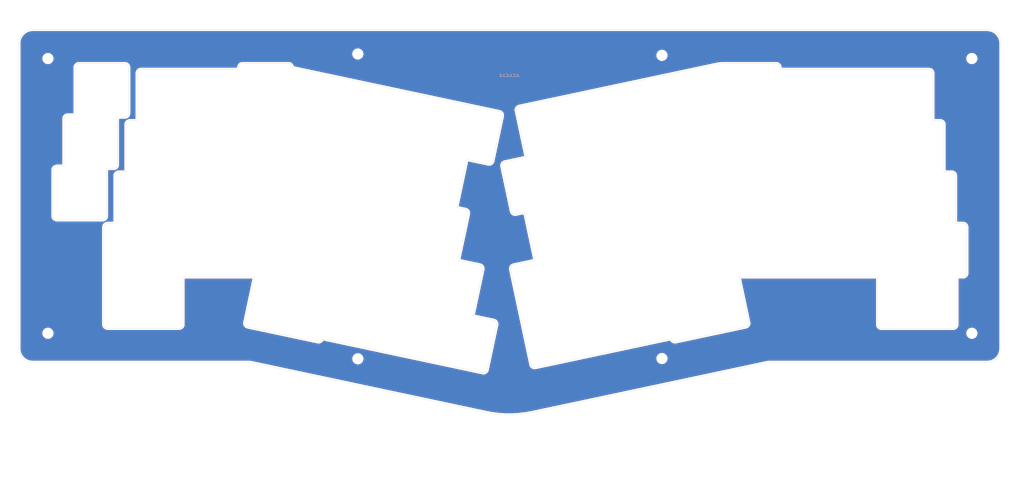
<source format=kicad_pcb>
(kicad_pcb (version 20171130) (host pcbnew 5.1.6-c6e7f7d~86~ubuntu18.04.1)

  (general
    (thickness 1.6)
    (drawings 121)
    (tracks 0)
    (zones 0)
    (modules 8)
    (nets 1)
  )

  (page A4)
  (layers
    (0 F.Cu signal)
    (31 B.Cu signal)
    (32 B.Adhes user)
    (33 F.Adhes user)
    (34 B.Paste user)
    (35 F.Paste user)
    (36 B.SilkS user)
    (37 F.SilkS user)
    (38 B.Mask user)
    (39 F.Mask user)
    (40 Dwgs.User user)
    (41 Cmts.User user)
    (42 Eco1.User user)
    (43 Eco2.User user)
    (44 Edge.Cuts user)
    (45 Margin user)
    (46 B.CrtYd user)
    (47 F.CrtYd user)
    (48 B.Fab user)
    (49 F.Fab user)
  )

  (setup
    (last_trace_width 0.25)
    (trace_clearance 0.2)
    (zone_clearance 0.508)
    (zone_45_only no)
    (trace_min 0.2)
    (via_size 0.8)
    (via_drill 0.4)
    (via_min_size 0.4)
    (via_min_drill 0.3)
    (uvia_size 0.3)
    (uvia_drill 0.1)
    (uvias_allowed no)
    (uvia_min_size 0.2)
    (uvia_min_drill 0.1)
    (edge_width 0.05)
    (segment_width 0.2)
    (pcb_text_width 0.3)
    (pcb_text_size 1.5 1.5)
    (mod_edge_width 0.12)
    (mod_text_size 1 1)
    (mod_text_width 0.15)
    (pad_size 1.524 1.524)
    (pad_drill 0.762)
    (pad_to_mask_clearance 0.05)
    (aux_axis_origin 0 0)
    (visible_elements FFFFFF7F)
    (pcbplotparams
      (layerselection 0x010fc_ffffffff)
      (usegerberextensions false)
      (usegerberattributes true)
      (usegerberadvancedattributes true)
      (creategerberjobfile true)
      (excludeedgelayer true)
      (linewidth 0.100000)
      (plotframeref false)
      (viasonmask false)
      (mode 1)
      (useauxorigin false)
      (hpglpennumber 1)
      (hpglpenspeed 20)
      (hpglpendiameter 15.000000)
      (psnegative false)
      (psa4output false)
      (plotreference true)
      (plotvalue true)
      (plotinvisibletext false)
      (padsonsilk false)
      (subtractmaskfromsilk false)
      (outputformat 1)
      (mirror false)
      (drillshape 0)
      (scaleselection 1)
      (outputdirectory "gerbers"))
  )

  (net 0 "")

  (net_class Default "This is the default net class."
    (clearance 0.2)
    (trace_width 0.25)
    (via_dia 0.8)
    (via_drill 0.4)
    (uvia_dia 0.3)
    (uvia_drill 0.1)
  )

  (module MountingHole:MountingHole_3.2mm_M3 (layer F.Cu) (tedit 56D1B4CB) (tstamp 5EE4B91D)
    (at 370.62875 128.67)
    (descr "Mounting Hole 3.2mm, no annular, M3")
    (tags "mounting hole 3.2mm no annular m3")
    (attr virtual)
    (fp_text reference REF** (at 0 -4.5) (layer F.SilkS) hide
      (effects (font (size 1 1) (thickness 0.15)))
    )
    (fp_text value MountingHole_3.2mm_M3 (at 0 4.5) (layer F.Fab)
      (effects (font (size 1 1) (thickness 0.15)))
    )
    (fp_circle (center 0 0) (end 3.45 0) (layer F.CrtYd) (width 0.05))
    (fp_circle (center 0 0) (end 3.2 0) (layer Cmts.User) (width 0.15))
    (fp_text user %R (at 0.3 0) (layer F.Fab)
      (effects (font (size 1 1) (thickness 0.15)))
    )
    (pad 1 np_thru_hole circle (at 0 0) (size 3.2 3.2) (drill 3.2) (layers *.Cu *.Mask))
  )

  (module MountingHole:MountingHole_3.2mm_M3 (layer F.Cu) (tedit 56D1B4CB) (tstamp 5EE4B85D)
    (at 255.62875 138.038375)
    (descr "Mounting Hole 3.2mm, no annular, M3")
    (tags "mounting hole 3.2mm no annular m3")
    (attr virtual)
    (fp_text reference REF** (at 0 -4.5) (layer F.SilkS) hide
      (effects (font (size 1 1) (thickness 0.15)))
    )
    (fp_text value MountingHole_3.2mm_M3 (at 0 4.5) (layer F.Fab)
      (effects (font (size 1 1) (thickness 0.15)))
    )
    (fp_circle (center 0 0) (end 3.45 0) (layer F.CrtYd) (width 0.05))
    (fp_circle (center 0 0) (end 3.2 0) (layer Cmts.User) (width 0.15))
    (fp_text user %R (at 0.3 0) (layer F.Fab)
      (effects (font (size 1 1) (thickness 0.15)))
    )
    (pad 1 np_thru_hole circle (at 0 0) (size 3.2 3.2) (drill 3.2) (layers *.Cu *.Mask))
  )

  (module MountingHole:MountingHole_3.2mm_M3 (layer F.Cu) (tedit 56D1B4CB) (tstamp 5EE4B780)
    (at 142.79 138.144387)
    (descr "Mounting Hole 3.2mm, no annular, M3")
    (tags "mounting hole 3.2mm no annular m3")
    (attr virtual)
    (fp_text reference REF** (at 0 -4.5) (layer F.SilkS) hide
      (effects (font (size 1 1) (thickness 0.15)))
    )
    (fp_text value MountingHole_3.2mm_M3 (at 0 4.5) (layer F.Fab)
      (effects (font (size 1 1) (thickness 0.15)))
    )
    (fp_circle (center 0 0) (end 3.45 0) (layer F.CrtYd) (width 0.05))
    (fp_circle (center 0 0) (end 3.2 0) (layer Cmts.User) (width 0.15))
    (fp_text user %R (at 0.3 0) (layer F.Fab)
      (effects (font (size 1 1) (thickness 0.15)))
    )
    (pad 1 np_thru_hole circle (at 0 0) (size 3.2 3.2) (drill 3.2) (layers *.Cu *.Mask))
  )

  (module MountingHole:MountingHole_3.2mm_M3 (layer F.Cu) (tedit 56D1B4CB) (tstamp 5EE4B6A9)
    (at 27.790001 128.67)
    (descr "Mounting Hole 3.2mm, no annular, M3")
    (tags "mounting hole 3.2mm no annular m3")
    (attr virtual)
    (fp_text reference REF** (at 0 -4.5) (layer F.SilkS) hide
      (effects (font (size 1 1) (thickness 0.15)))
    )
    (fp_text value MountingHole_3.2mm_M3 (at 0 4.5) (layer F.Fab)
      (effects (font (size 1 1) (thickness 0.15)))
    )
    (fp_circle (center 0 0) (end 3.45 0) (layer F.CrtYd) (width 0.05))
    (fp_circle (center 0 0) (end 3.2 0) (layer Cmts.User) (width 0.15))
    (fp_text user %R (at 0.3 0) (layer F.Fab)
      (effects (font (size 1 1) (thickness 0.15)))
    )
    (pad 1 np_thru_hole circle (at 0 0) (size 3.2 3.2) (drill 3.2) (layers *.Cu *.Mask))
  )

  (module MountingHole:MountingHole_3.2mm_M3 (layer F.Cu) (tedit 56D1B4CB) (tstamp 5EE4B5B9)
    (at 370.62875 26.73)
    (descr "Mounting Hole 3.2mm, no annular, M3")
    (tags "mounting hole 3.2mm no annular m3")
    (attr virtual)
    (fp_text reference REF** (at 0 -4.5) (layer F.SilkS) hide
      (effects (font (size 1 1) (thickness 0.15)))
    )
    (fp_text value MountingHole_3.2mm_M3 (at 0 4.5) (layer F.Fab)
      (effects (font (size 1 1) (thickness 0.15)))
    )
    (fp_circle (center 0 0) (end 3.45 0) (layer F.CrtYd) (width 0.05))
    (fp_circle (center 0 0) (end 3.2 0) (layer Cmts.User) (width 0.15))
    (fp_text user %R (at 0.3 0) (layer F.Fab)
      (effects (font (size 1 1) (thickness 0.15)))
    )
    (pad 1 np_thru_hole circle (at 0 0) (size 3.2 3.2) (drill 3.2) (layers *.Cu *.Mask))
  )

  (module MountingHole:MountingHole_3.2mm_M3 (layer F.Cu) (tedit 56D1B4CB) (tstamp 5EE4B4D2)
    (at 255.62875 25.53)
    (descr "Mounting Hole 3.2mm, no annular, M3")
    (tags "mounting hole 3.2mm no annular m3")
    (attr virtual)
    (fp_text reference REF** (at 0 -4.5) (layer F.SilkS) hide
      (effects (font (size 1 1) (thickness 0.15)))
    )
    (fp_text value MountingHole_3.2mm_M3 (at 0 4.5) (layer F.Fab)
      (effects (font (size 1 1) (thickness 0.15)))
    )
    (fp_circle (center 0 0) (end 3.45 0) (layer F.CrtYd) (width 0.05))
    (fp_circle (center 0 0) (end 3.2 0) (layer Cmts.User) (width 0.15))
    (fp_text user %R (at 0.3 0) (layer F.Fab)
      (effects (font (size 1 1) (thickness 0.15)))
    )
    (pad 1 np_thru_hole circle (at 0 0) (size 3.2 3.2) (drill 3.2) (layers *.Cu *.Mask))
  )

  (module MountingHole:MountingHole_3.2mm_M3 (layer F.Cu) (tedit 56D1B4CB) (tstamp 5EE4B37B)
    (at 142.777434 25.03)
    (descr "Mounting Hole 3.2mm, no annular, M3")
    (tags "mounting hole 3.2mm no annular m3")
    (attr virtual)
    (fp_text reference REF** (at 0 -4.5) (layer F.SilkS) hide
      (effects (font (size 1 1) (thickness 0.15)))
    )
    (fp_text value MountingHole_3.2mm_M3 (at 0 4.5) (layer F.Fab)
      (effects (font (size 1 1) (thickness 0.15)))
    )
    (fp_circle (center 0 0) (end 3.45 0) (layer F.CrtYd) (width 0.05))
    (fp_circle (center 0 0) (end 3.2 0) (layer Cmts.User) (width 0.15))
    (fp_text user %R (at 0.3 0) (layer F.Fab)
      (effects (font (size 1 1) (thickness 0.15)))
    )
    (pad 1 np_thru_hole circle (at 0 0) (size 3.2 3.2) (drill 3.2) (layers *.Cu *.Mask))
  )

  (module MountingHole:MountingHole_3.2mm_M3 (layer F.Cu) (tedit 56D1B4CB) (tstamp 5EE4B16E)
    (at 27.790001 26.73)
    (descr "Mounting Hole 3.2mm, no annular, M3")
    (tags "mounting hole 3.2mm no annular m3")
    (attr virtual)
    (fp_text reference REF** (at 0 -4.5) (layer F.SilkS) hide
      (effects (font (size 1 1) (thickness 0.15)))
    )
    (fp_text value MountingHole_3.2mm_M3 (at 0 4.5) (layer F.Fab)
      (effects (font (size 1 1) (thickness 0.15)))
    )
    (fp_circle (center 0 0) (end 3.45 0) (layer F.CrtYd) (width 0.05))
    (fp_circle (center 0 0) (end 3.2 0) (layer Cmts.User) (width 0.15))
    (fp_text user %R (at 0.3 0) (layer F.Fab)
      (effects (font (size 1 1) (thickness 0.15)))
    )
    (pad 1 np_thru_hole circle (at 0 0) (size 3.2 3.2) (drill 3.2) (layers *.Cu *.Mask))
  )

  (gr_text JLCJLCJLC (at 199 33) (layer B.SilkS)
    (effects (font (size 1 1) (thickness 0.15)) (justify mirror))
  )
  (gr_arc (start 54.080001 70.24) (end 54.080001 68.74) (angle -90) (layer Edge.Cuts) (width 0.1))
  (gr_line (start 56.650001 68.74) (end 54.080001 68.74) (layer Edge.Cuts) (width 0.1))
  (gr_line (start 56.650001 51.19) (end 56.650001 68.74) (layer Edge.Cuts) (width 0.1))
  (gr_arc (start 31.060001 68.1) (end 31.060001 66.6) (angle -90) (layer Edge.Cuts) (width 0.1))
  (gr_line (start 29.560001 85.16) (end 29.560001 68.1) (layer Edge.Cuts) (width 0.1))
  (gr_arc (start 31.060001 85.16) (end 29.560001 85.16) (angle -90) (layer Edge.Cuts) (width 0.1))
  (gr_line (start 48.120001 86.66) (end 31.060001 86.66) (layer Edge.Cuts) (width 0.1))
  (gr_line (start 365.1856 107.85) (end 367.35875 107.85) (layer Edge.Cuts) (width 0.1))
  (gr_line (start 365.1856 125.448) (end 365.1856 107.85) (layer Edge.Cuts) (width 0.1))
  (gr_arc (start 363.6856 125.448) (end 363.6856 126.948) (angle -90) (layer Edge.Cuts) (width 0.1))
  (gr_line (start 337.0856 126.948) (end 363.6856 126.948) (layer Edge.Cuts) (width 0.1))
  (gr_arc (start 354.75 32.14) (end 356.25 32.14) (angle -90) (layer Edge.Cuts) (width 0.1))
  (gr_line (start 356.25 49.69) (end 356.25 32.14) (layer Edge.Cuts) (width 0.1))
  (gr_line (start 358.92 49.69) (end 356.25 49.69) (layer Edge.Cuts) (width 0.1))
  (gr_arc (start 358.92 51.19) (end 360.42 51.19) (angle -90) (layer Edge.Cuts) (width 0.1))
  (gr_arc (start 49.910001 89.29) (end 49.910001 87.79) (angle -90) (layer Edge.Cuts) (width 0.1))
  (gr_line (start 52.580001 87.79) (end 49.910001 87.79) (layer Edge.Cuts) (width 0.1))
  (gr_line (start 52.580001 70.24) (end 52.580001 87.79) (layer Edge.Cuts) (width 0.1))
  (gr_arc (start 195.047086 47.799888) (end 196.514307 48.111755) (angle -90) (layer Edge.Cuts) (width 0.1))
  (gr_line (start 192.967334 64.798953) (end 196.514307 48.111755) (layer Edge.Cuts) (width 0.1))
  (gr_arc (start 191.500112 64.487086) (end 191.188245 65.954307) (angle -90) (layer Edge.Cuts) (width 0.1))
  (gr_line (start 129.683995 130.785419) (end 189.098245 143.414307) (layer Edge.Cuts) (width 0.1))
  (gr_line (start 129.683316 130.788613) (end 129.683995 130.785419) (layer Edge.Cuts) (width 0.1))
  (gr_arc (start 128.216095 130.476746) (end 127.904227 131.943967) (angle -90) (layer Edge.Cuts) (width 0.1))
  (gr_arc (start 56.350001 30) (end 57.850001 30) (angle -90) (layer Edge.Cuts) (width 0.1))
  (gr_line (start 39.290001 28.5) (end 56.350001 28.5) (layer Edge.Cuts) (width 0.1))
  (gr_arc (start 39.290001 30) (end 39.290001 28.5) (angle -90) (layer Edge.Cuts) (width 0.1))
  (gr_line (start 37.790001 47.55) (end 37.790001 30) (layer Edge.Cuts) (width 0.1))
  (gr_line (start 193.268953 123.792666) (end 185.635077 122.170036) (layer Edge.Cuts) (width 0.1))
  (gr_arc (start 192.957086 125.259888) (end 194.424307 125.571755) (angle -90) (layer Edge.Cuts) (width 0.1))
  (gr_line (start 190.877334 142.258953) (end 194.424307 125.571755) (layer Edge.Cuts) (width 0.1))
  (gr_arc (start 189.410112 141.947086) (end 189.098245 143.414307) (angle -90) (layer Edge.Cuts) (width 0.1))
  (gr_line (start 204.664498 83.915669) (end 208.413937 101.555395) (layer Edge.Cuts) (width 0.1))
  (gr_line (start 201.471755 84.594307) (end 204.664498 83.915669) (layer Edge.Cuts) (width 0.1))
  (gr_arc (start 201.159888 83.127086) (end 199.692666 83.438953) (angle -90) (layer Edge.Cuts) (width 0.1))
  (gr_line (start 196.145693 66.751755) (end 199.692666 83.438953) (layer Edge.Cuts) (width 0.1))
  (gr_line (start 183.337641 64.28561) (end 191.188245 65.954307) (layer Edge.Cuts) (width 0.1))
  (gr_line (start 179.586347 81.934057) (end 183.337641 64.28561) (layer Edge.Cuts) (width 0.1))
  (gr_line (start 182.778953 82.612666) (end 179.586347 81.934057) (layer Edge.Cuts) (width 0.1))
  (gr_arc (start 182.467086 84.079888) (end 183.934307 84.391755) (angle -90) (layer Edge.Cuts) (width 0.1))
  (gr_line (start 180.286019 101.555599) (end 183.934307 84.391755) (layer Edge.Cuts) (width 0.1))
  (gr_line (start 188.128953 103.222666) (end 180.286019 101.555599) (layer Edge.Cuts) (width 0.1))
  (gr_arc (start 187.817086 104.689888) (end 189.284307 105.001755) (angle -90) (layer Edge.Cuts) (width 0.1))
  (gr_line (start 185.635077 122.170036) (end 189.284307 105.001755) (layer Edge.Cuts) (width 0.1))
  (gr_line (start 298.02 28.5) (end 279.490028 28.5) (layer Edge.Cuts) (width 0.1))
  (gr_arc (start 298.02 30) (end 299.52 30) (angle -90) (layer Edge.Cuts) (width 0.1))
  (gr_line (start 299.52 30.64) (end 299.52 30) (layer Edge.Cuts) (width 0.1))
  (gr_line (start 354.75 30.64) (end 299.52 30.64) (layer Edge.Cuts) (width 0.1))
  (gr_line (start 22.090001 16.03) (end 376.32875 16.03) (layer Edge.Cuts) (width 0.1))
  (gr_arc (start 22.090001 21.03) (end 22.090001 16.03) (angle -90) (layer Edge.Cuts) (width 0.1))
  (gr_arc (start 48.120001 85.16) (end 48.120001 86.66) (angle -90) (layer Edge.Cuts) (width 0.1))
  (gr_line (start 49.620001 67.61) (end 49.620001 85.16) (layer Edge.Cuts) (width 0.1))
  (gr_line (start 52.190001 67.61) (end 49.620001 67.61) (layer Edge.Cuts) (width 0.1))
  (gr_arc (start 52.190001 66.11) (end 52.190001 67.61) (angle -90) (layer Edge.Cuts) (width 0.1))
  (gr_line (start 360.42 68.74) (end 360.42 51.19) (layer Edge.Cuts) (width 0.1))
  (gr_line (start 363.18 68.74) (end 360.42 68.74) (layer Edge.Cuts) (width 0.1))
  (gr_arc (start 363.18 70.24) (end 364.68 70.24) (angle -90) (layer Edge.Cuts) (width 0.1))
  (gr_line (start 364.68 87.79) (end 364.68 70.24) (layer Edge.Cuts) (width 0.1))
  (gr_line (start 101.905064 126.417674) (end 127.904227 131.943967) (layer Edge.Cuts) (width 0.1))
  (gr_arc (start 102.216932 124.950453) (end 100.74971 124.638585) (angle -90) (layer Edge.Cuts) (width 0.1))
  (gr_line (start 104.318234 107.85) (end 100.74971 124.638585) (layer Edge.Cuts) (width 0.1))
  (gr_arc (start 58.150001 51.19) (end 58.150001 49.69) (angle -90) (layer Edge.Cuts) (width 0.1))
  (gr_line (start 60.810001 49.69) (end 58.150001 49.69) (layer Edge.Cuts) (width 0.1))
  (gr_line (start 60.810001 32.14) (end 60.810001 49.69) (layer Edge.Cuts) (width 0.1))
  (gr_line (start 35.130001 47.55) (end 37.790001 47.55) (layer Edge.Cuts) (width 0.1))
  (gr_arc (start 35.130001 49.05) (end 35.130001 47.55) (angle -90) (layer Edge.Cuts) (width 0.1))
  (gr_line (start 33.630001 66.6) (end 33.630001 49.05) (layer Edge.Cuts) (width 0.1))
  (gr_line (start 31.060001 66.6) (end 33.630001 66.6) (layer Edge.Cuts) (width 0.1))
  (gr_arc (start 337.0856 125.448) (end 335.5856 125.448) (angle -90) (layer Edge.Cuts) (width 0.1))
  (gr_line (start 335.5856 107.85) (end 335.5856 125.448) (layer Edge.Cuts) (width 0.1))
  (gr_line (start 284.371766 107.85) (end 335.5856 107.85) (layer Edge.Cuts) (width 0.1))
  (gr_line (start 287.94029 124.638585) (end 284.371766 107.85) (layer Edge.Cuts) (width 0.1))
  (gr_line (start 276.590068 28.636442) (end 202.651047 44.352666) (layer Edge.Cuts) (width 0.1))
  (gr_arc (start 276.901936 30.103664) (end 276.841903 28.604865) (angle -9.706300476) (layer Edge.Cuts) (width 0.1))
  (gr_line (start 279.429996 28.501202) (end 276.841903 28.604865) (layer Edge.Cuts) (width 0.1))
  (gr_line (start 279.490028 28.5) (end 279.429996 28.501202) (layer Edge.Cuts) (width 0.1))
  (gr_arc (start 197.612914 66.439888) (end 197.301047 64.972666) (angle -90) (layer Edge.Cuts) (width 0.1))
  (gr_line (start 205.146014 63.305167) (end 197.301047 64.972666) (layer Edge.Cuts) (width 0.1))
  (gr_line (start 201.495693 46.131755) (end 205.146014 63.305167) (layer Edge.Cuts) (width 0.1))
  (gr_arc (start 202.962914 45.819888) (end 202.651047 44.352666) (angle -90) (layer Edge.Cuts) (width 0.1))
  (gr_line (start 98.5 30) (end 98.5 30.64) (layer Edge.Cuts) (width 0.1))
  (gr_line (start 295.056421 139.37) (end 207.276468 158.028205) (layer Edge.Cuts) (width 0.1))
  (gr_line (start 376.32875 139.37) (end 295.056421 139.37) (layer Edge.Cuts) (width 0.1))
  (gr_arc (start 376.32875 134.37) (end 376.32875 139.37) (angle -90) (layer Edge.Cuts) (width 0.1))
  (gr_line (start 381.32875 21.03) (end 381.32875 134.37) (layer Edge.Cuts) (width 0.1))
  (gr_arc (start 376.32875 21.03) (end 381.32875 21.03) (angle -90) (layer Edge.Cuts) (width 0.1))
  (gr_line (start 98.5 30.64) (end 62.310001 30.64) (layer Edge.Cuts) (width 0.1))
  (gr_arc (start 286.473068 124.950453) (end 286.784936 126.417674) (angle -90) (layer Edge.Cuts) (width 0.1))
  (gr_line (start 260.785767 131.943968) (end 286.784936 126.417674) (layer Edge.Cuts) (width 0.1))
  (gr_arc (start 260.4739 130.476747) (end 259.007518 130.792536) (angle -89.84680484) (layer Edge.Cuts) (width 0.1))
  (gr_line (start 208.694366 141.486927) (end 259.007518 130.792536) (layer Edge.Cuts) (width 0.1))
  (gr_line (start 78.01 107.85) (end 104.318234 107.85) (layer Edge.Cuts) (width 0.1))
  (gr_line (start 78.01 125.4) (end 78.01 107.85) (layer Edge.Cuts) (width 0.1))
  (gr_arc (start 76.51 125.4) (end 76.51 126.9) (angle -90) (layer Edge.Cuts) (width 0.1))
  (gr_line (start 17.090001 134.37) (end 17.090001 21.03) (layer Edge.Cuts) (width 0.1))
  (gr_arc (start 22.090001 134.37) (end 17.090001 134.37) (angle -90) (layer Edge.Cuts) (width 0.1))
  (gr_line (start 102.863579 139.37) (end 22.090001 139.37) (layer Edge.Cuts) (width 0.1))
  (gr_line (start 190.643532 158.028205) (end 102.863579 139.37) (layer Edge.Cuts) (width 0.1))
  (gr_arc (start 198.96 118.902301) (end 190.643532 158.028205) (angle -24) (layer Edge.Cuts) (width 0.1))
  (gr_arc (start 208.382499 140.019705) (end 206.915277 140.331573) (angle -90) (layer Edge.Cuts) (width 0.1))
  (gr_line (start 199.406082 105.003585) (end 206.915277 140.331573) (layer Edge.Cuts) (width 0.1))
  (gr_arc (start 200.873303 104.691717) (end 200.561436 103.224496) (angle -90) (layer Edge.Cuts) (width 0.1))
  (gr_line (start 208.413937 101.555395) (end 200.561436 103.224496) (layer Edge.Cuts) (width 0.1))
  (gr_line (start 367.35875 87.79) (end 364.68 87.79) (layer Edge.Cuts) (width 0.1))
  (gr_arc (start 367.35875 89.29) (end 368.85875 89.29) (angle -90) (layer Edge.Cuts) (width 0.1))
  (gr_line (start 368.85875 106.35) (end 368.85875 89.29) (layer Edge.Cuts) (width 0.1))
  (gr_arc (start 367.35875 106.35) (end 367.35875 107.85) (angle -90) (layer Edge.Cuts) (width 0.1))
  (gr_line (start 49.910001 126.9) (end 76.51 126.9) (layer Edge.Cuts) (width 0.1))
  (gr_arc (start 49.910001 125.4) (end 48.410001 125.4) (angle -90) (layer Edge.Cuts) (width 0.1))
  (gr_line (start 48.410001 89.29) (end 48.410001 125.4) (layer Edge.Cuts) (width 0.1))
  (gr_line (start 195.358953 46.332666) (end 118.56 30.008545) (layer Edge.Cuts) (width 0.1))
  (gr_line (start 118.56 30.008545) (end 118.56 30) (layer Edge.Cuts) (width 0.1))
  (gr_arc (start 62.310001 32.14) (end 62.310001 30.64) (angle -90) (layer Edge.Cuts) (width 0.1))
  (gr_line (start 53.690001 48.56) (end 53.690001 66.11) (layer Edge.Cuts) (width 0.1))
  (gr_line (start 56.350001 48.56) (end 53.690001 48.56) (layer Edge.Cuts) (width 0.1))
  (gr_arc (start 56.350001 47.06) (end 56.350001 48.56) (angle -90) (layer Edge.Cuts) (width 0.1))
  (gr_line (start 57.850001 30) (end 57.850001 47.06) (layer Edge.Cuts) (width 0.1))
  (gr_arc (start 117.06 30) (end 118.56 30) (angle -90) (layer Edge.Cuts) (width 0.1))
  (gr_line (start 117.06 28.5) (end 100 28.5) (layer Edge.Cuts) (width 0.1))
  (gr_arc (start 100 30) (end 100 28.5) (angle -90) (layer Edge.Cuts) (width 0.1))

  (zone (net 0) (net_name "") (layer F.Cu) (tstamp 5EE54B48) (hatch edge 0.508)
    (connect_pads (clearance 0.508))
    (min_thickness 0.254)
    (fill yes (arc_segments 32) (thermal_gap 0.508) (thermal_bridge_width 0.508))
    (polygon
      (pts
        (xy 390 175) (xy 10 175) (xy 10 10) (xy 390 10)
      )
    )
    (filled_polygon
      (pts
        (xy 377.092387 16.785875) (xy 377.83189 16.98818) (xy 378.523878 17.318242) (xy 379.146483 17.765629) (xy 379.680018 18.316195)
        (xy 380.107626 18.952544) (xy 380.415791 19.654561) (xy 380.596033 20.40532) (xy 380.64375 21.055112) (xy 380.643751 134.339484)
        (xy 380.572875 135.133637) (xy 380.37057 135.87314) (xy 380.040508 136.565128) (xy 379.593121 137.187733) (xy 379.042558 137.721266)
        (xy 378.406206 138.148876) (xy 377.704187 138.457042) (xy 376.953431 138.637282) (xy 376.303638 138.685) (xy 295.085562 138.685)
        (xy 295.04741 138.681746) (xy 294.984862 138.688734) (xy 294.922138 138.694912) (xy 294.885483 138.706031) (xy 207.144597 157.355932)
        (xy 204.703199 157.795209) (xy 202.249767 158.079081) (xy 199.78334 158.208341) (xy 197.313672 158.182477) (xy 194.850501 158.001594)
        (xy 192.399996 157.665916) (xy 190.778936 157.356683) (xy 103.034521 138.706032) (xy 102.997862 138.694912) (xy 102.935124 138.688733)
        (xy 102.872589 138.681746) (xy 102.834438 138.685) (xy 22.120506 138.685) (xy 21.326364 138.614125) (xy 20.586861 138.41182)
        (xy 19.894873 138.081758) (xy 19.67569 137.924259) (xy 140.555 137.924259) (xy 140.555 138.364515) (xy 140.64089 138.796312)
        (xy 140.809369 139.203056) (xy 141.053962 139.569116) (xy 141.365271 139.880425) (xy 141.731331 140.125018) (xy 142.138075 140.293497)
        (xy 142.569872 140.379387) (xy 143.010128 140.379387) (xy 143.441925 140.293497) (xy 143.848669 140.125018) (xy 144.214729 139.880425)
        (xy 144.526038 139.569116) (xy 144.770631 139.203056) (xy 144.93911 138.796312) (xy 145.025 138.364515) (xy 145.025 137.924259)
        (xy 144.93911 137.492462) (xy 144.770631 137.085718) (xy 144.526038 136.719658) (xy 144.214729 136.408349) (xy 143.848669 136.163756)
        (xy 143.441925 135.995277) (xy 143.010128 135.909387) (xy 142.569872 135.909387) (xy 142.138075 135.995277) (xy 141.731331 136.163756)
        (xy 141.365271 136.408349) (xy 141.053962 136.719658) (xy 140.809369 137.085718) (xy 140.64089 137.492462) (xy 140.555 137.924259)
        (xy 19.67569 137.924259) (xy 19.272268 137.634371) (xy 18.738735 137.083808) (xy 18.311125 136.447456) (xy 18.002959 135.745437)
        (xy 17.822719 134.994681) (xy 17.775001 134.344888) (xy 17.775001 128.449872) (xy 25.555001 128.449872) (xy 25.555001 128.890128)
        (xy 25.640891 129.321925) (xy 25.80937 129.728669) (xy 26.053963 130.094729) (xy 26.365272 130.406038) (xy 26.731332 130.650631)
        (xy 27.138076 130.81911) (xy 27.569873 130.905) (xy 28.010129 130.905) (xy 28.441926 130.81911) (xy 28.84867 130.650631)
        (xy 29.21473 130.406038) (xy 29.526039 130.094729) (xy 29.770632 129.728669) (xy 29.939111 129.321925) (xy 30.025001 128.890128)
        (xy 30.025001 128.449872) (xy 29.939111 128.018075) (xy 29.770632 127.611331) (xy 29.526039 127.245271) (xy 29.21473 126.933962)
        (xy 28.84867 126.689369) (xy 28.441926 126.52089) (xy 28.010129 126.435) (xy 27.569873 126.435) (xy 27.138076 126.52089)
        (xy 26.731332 126.689369) (xy 26.365272 126.933962) (xy 26.053963 127.245271) (xy 25.80937 127.611331) (xy 25.640891 128.018075)
        (xy 25.555001 128.449872) (xy 17.775001 128.449872) (xy 17.775001 89.256354) (xy 47.725001 89.256354) (xy 47.725002 125.433647)
        (xy 47.727922 125.463291) (xy 47.727857 125.472554) (xy 47.72879 125.482073) (xy 47.75939 125.773218) (xy 47.771878 125.834055)
        (xy 47.783508 125.895021) (xy 47.786272 125.904177) (xy 47.87284 126.183833) (xy 47.896897 126.241062) (xy 47.920157 126.298632)
        (xy 47.924647 126.307077) (xy 48.063886 126.564593) (xy 48.098605 126.616065) (xy 48.132598 126.668012) (xy 48.138643 126.675424)
        (xy 48.325248 126.900991) (xy 48.369302 126.944738) (xy 48.41274 126.989096) (xy 48.42011 126.995193) (xy 48.646974 127.180219)
        (xy 48.698692 127.21458) (xy 48.749913 127.249652) (xy 48.758326 127.254201) (xy 49.016807 127.391638) (xy 49.074243 127.415312)
        (xy 49.131271 127.439754) (xy 49.140408 127.442583) (xy 49.420662 127.527197) (xy 49.481578 127.539259) (xy 49.542294 127.552164)
        (xy 49.551805 127.553164) (xy 49.843157 127.581731) (xy 49.843164 127.581731) (xy 49.876354 127.585) (xy 76.543647 127.585)
        (xy 76.5733 127.582079) (xy 76.582554 127.582144) (xy 76.592073 127.581211) (xy 76.883218 127.550611) (xy 76.944055 127.538123)
        (xy 77.005021 127.526493) (xy 77.014177 127.523729) (xy 77.293833 127.437161) (xy 77.351062 127.413104) (xy 77.408632 127.389844)
        (xy 77.417077 127.385354) (xy 77.674593 127.246115) (xy 77.726065 127.211396) (xy 77.778012 127.177403) (xy 77.785424 127.171358)
        (xy 78.010991 126.984753) (xy 78.054738 126.940699) (xy 78.099096 126.897261) (xy 78.105193 126.889891) (xy 78.290219 126.663027)
        (xy 78.32458 126.611309) (xy 78.359652 126.560088) (xy 78.364201 126.551675) (xy 78.501638 126.293194) (xy 78.525312 126.235758)
        (xy 78.549754 126.17873) (xy 78.552583 126.169593) (xy 78.637197 125.889339) (xy 78.649259 125.828423) (xy 78.662164 125.767707)
        (xy 78.663164 125.758196) (xy 78.691731 125.466844) (xy 78.691731 125.466837) (xy 78.695 125.433647) (xy 78.695 108.535)
        (xy 103.472329 108.535) (xy 100.072684 124.529078) (xy 100.069376 124.558686) (xy 100.067388 124.567728) (xy 100.066322 124.577233)
        (xy 100.035721 124.868378) (xy 100.035287 124.930465) (xy 100.033987 124.992532) (xy 100.034787 125.002063) (xy 100.061319 125.293607)
        (xy 100.072955 125.354604) (xy 100.083734 125.415735) (xy 100.08637 125.424929) (xy 100.169025 125.705767) (xy 100.19229 125.763351)
        (xy 100.214735 125.821215) (xy 100.219106 125.829722) (xy 100.354736 126.089157) (xy 100.388736 126.141113) (xy 100.421998 126.193526)
        (xy 100.427938 126.201021) (xy 100.611375 126.429171) (xy 100.654834 126.47355) (xy 100.697629 126.518489) (xy 100.704912 126.524688)
        (xy 100.929171 126.712864) (xy 100.980394 126.747937) (xy 101.031131 126.783728) (xy 101.03948 126.788394) (xy 101.296018 126.929427)
        (xy 101.353068 126.953878) (xy 101.4098 126.979137) (xy 101.418896 126.982093) (xy 101.697941 127.070611) (xy 101.697964 127.070616)
        (xy 101.729733 127.080709) (xy 127.794719 132.620993) (xy 127.824329 132.624301) (xy 127.83337 132.626289) (xy 127.842875 132.627355)
        (xy 128.13402 132.657956) (xy 128.196107 132.65839) (xy 128.258174 132.65969) (xy 128.267705 132.65889) (xy 128.267707 132.65889)
        (xy 128.559248 132.632358) (xy 128.620245 132.620722) (xy 128.681376 132.609943) (xy 128.69057 132.607307) (xy 128.971408 132.524652)
        (xy 129.028978 132.501392) (xy 129.086854 132.478943) (xy 129.095361 132.474572) (xy 129.354797 132.338943) (xy 129.406775 132.304929)
        (xy 129.459168 132.271679) (xy 129.466664 132.265739) (xy 129.694814 132.082301) (xy 129.739187 132.038847) (xy 129.784129 131.99605)
        (xy 129.790328 131.988766) (xy 129.978504 131.764508) (xy 130.013567 131.7133) (xy 130.049369 131.662547) (xy 130.054035 131.654198)
        (xy 130.098248 131.573774) (xy 188.988737 144.091333) (xy 189.018347 144.094641) (xy 189.027388 144.096629) (xy 189.036893 144.097695)
        (xy 189.328038 144.128296) (xy 189.390129 144.12873) (xy 189.452195 144.13003) (xy 189.461725 144.12923) (xy 189.753269 144.102697)
        (xy 189.814271 144.09106) (xy 189.875394 144.080282) (xy 189.884588 144.077646) (xy 190.165426 143.994991) (xy 190.222996 143.971731)
        (xy 190.280872 143.949282) (xy 190.289379 143.944911) (xy 190.548815 143.809282) (xy 190.600793 143.775268) (xy 190.653186 143.742018)
        (xy 190.660682 143.736078) (xy 190.888832 143.55264) (xy 190.933227 143.509165) (xy 190.978148 143.466387) (xy 190.984347 143.459104)
        (xy 191.172522 143.234846) (xy 191.207595 143.183623) (xy 191.243386 143.132886) (xy 191.248052 143.124537) (xy 191.389085 142.867999)
        (xy 191.413536 142.810949) (xy 191.438795 142.754217) (xy 191.441751 142.745121) (xy 191.530269 142.466076) (xy 191.53027 142.466072)
        (xy 191.540369 142.434284) (xy 195.101333 125.681263) (xy 195.104641 125.651653) (xy 195.106629 125.642612) (xy 195.107695 125.633107)
        (xy 195.138296 125.341962) (xy 195.13873 125.279871) (xy 195.14003 125.217805) (xy 195.13923 125.208275) (xy 195.112697 124.916732)
        (xy 195.101062 124.855742) (xy 195.090282 124.794606) (xy 195.087646 124.785413) (xy 195.004991 124.504574) (xy 194.981745 124.447037)
        (xy 194.959283 124.389128) (xy 194.954911 124.380621) (xy 194.819282 124.121186) (xy 194.785289 124.06924) (xy 194.752018 124.016814)
        (xy 194.746078 124.009318) (xy 194.56264 123.781168) (xy 194.519197 123.736806) (xy 194.476387 123.691852) (xy 194.469104 123.685653)
        (xy 194.244846 123.497478) (xy 194.193608 123.462394) (xy 194.142886 123.426614) (xy 194.134537 123.421948) (xy 193.877999 123.280915)
        (xy 193.820921 123.256451) (xy 193.764217 123.231205) (xy 193.755121 123.228249) (xy 193.476811 123.139964) (xy 193.444283 123.12963)
        (xy 186.447527 121.642425) (xy 189.961333 105.111264) (xy 189.964641 105.081652) (xy 189.966629 105.072612) (xy 189.967695 105.063107)
        (xy 189.998296 104.771962) (xy 189.99873 104.709871) (xy 190.00003 104.647805) (xy 189.99923 104.638275) (xy 189.972697 104.346732)
        (xy 189.961062 104.285742) (xy 189.950282 104.224606) (xy 189.947646 104.215413) (xy 189.864991 103.934574) (xy 189.841745 103.877037)
        (xy 189.819283 103.819128) (xy 189.814911 103.810621) (xy 189.679282 103.551186) (xy 189.645289 103.49924) (xy 189.612018 103.446814)
        (xy 189.606078 103.439318) (xy 189.42264 103.211168) (xy 189.379197 103.166806) (xy 189.336387 103.121852) (xy 189.329104 103.115653)
        (xy 189.104846 102.927478) (xy 189.053608 102.892394) (xy 189.002886 102.856614) (xy 188.994537 102.851948) (xy 188.737999 102.710915)
        (xy 188.680921 102.686451) (xy 188.624217 102.661205) (xy 188.615121 102.658249) (xy 188.337245 102.570102) (xy 188.304284 102.55963)
        (xy 181.098469 101.027988) (xy 184.611333 84.501263) (xy 184.614641 84.471653) (xy 184.616629 84.462612) (xy 184.617695 84.453107)
        (xy 184.648296 84.161962) (xy 184.64873 84.099871) (xy 184.65003 84.037805) (xy 184.64923 84.028275) (xy 184.622697 83.736732)
        (xy 184.611062 83.675742) (xy 184.600282 83.614606) (xy 184.597646 83.605413) (xy 184.514991 83.324574) (xy 184.491745 83.267037)
        (xy 184.469283 83.209128) (xy 184.464911 83.200621) (xy 184.329282 82.941186) (xy 184.295289 82.88924) (xy 184.262018 82.836814)
        (xy 184.256078 82.829318) (xy 184.07264 82.601168) (xy 184.029197 82.556806) (xy 183.986387 82.511852) (xy 183.979104 82.505653)
        (xy 183.754846 82.317478) (xy 183.703608 82.282394) (xy 183.652886 82.246614) (xy 183.644537 82.241948) (xy 183.387999 82.100915)
        (xy 183.330921 82.076451) (xy 183.274217 82.051205) (xy 183.265121 82.048249) (xy 182.987245 81.960102) (xy 182.954284 81.94963)
        (xy 180.398797 81.406446) (xy 183.865252 65.09806) (xy 191.078737 66.631333) (xy 191.108347 66.634641) (xy 191.117388 66.636629)
        (xy 191.126893 66.637695) (xy 191.418038 66.668296) (xy 191.480129 66.66873) (xy 191.542195 66.67003) (xy 191.551725 66.66923)
        (xy 191.843269 66.642697) (xy 191.904271 66.63106) (xy 191.965394 66.620282) (xy 191.974588 66.617646) (xy 192.255426 66.534991)
        (xy 192.312996 66.511731) (xy 192.370872 66.489282) (xy 192.379379 66.484911) (xy 192.53508 66.403513) (xy 195.430462 66.403513)
        (xy 195.431329 66.46559) (xy 195.431329 66.527675) (xy 195.432329 66.537186) (xy 195.464961 66.82811) (xy 195.464965 66.828131)
        (xy 195.468667 66.861262) (xy 199.02963 83.614284) (xy 199.038652 83.642683) (xy 199.040513 83.651747) (xy 199.043405 83.660864)
        (xy 199.133869 83.939285) (xy 199.158734 83.996198) (xy 199.182784 84.053411) (xy 199.187391 84.061792) (xy 199.330211 84.317339)
        (xy 199.365657 84.368339) (xy 199.400362 84.419792) (xy 199.406509 84.427118) (xy 199.596247 84.650059) (xy 199.640907 84.693186)
        (xy 199.68496 84.736933) (xy 199.692414 84.742926) (xy 199.921838 84.924766) (xy 199.974007 84.958386) (xy 200.025736 84.992755)
        (xy 200.034212 84.997186) (xy 200.294587 85.131001) (xy 200.352332 85.153864) (xy 200.409713 85.177514) (xy 200.418888 85.180215)
        (xy 200.700297 85.260908) (xy 200.761367 85.272117) (xy 200.822266 85.284175) (xy 200.831789 85.285042) (xy 200.831791 85.285042)
        (xy 201.123513 85.309538) (xy 201.18559 85.308671) (xy 201.247675 85.308671) (xy 201.257186 85.307671) (xy 201.257189 85.307671)
        (xy 201.257192 85.30767) (xy 201.54811 85.275039) (xy 201.548131 85.275034) (xy 201.581262 85.271333) (xy 204.136887 84.72812)
        (xy 207.601486 101.027784) (xy 200.386105 102.561461) (xy 200.357715 102.570481) (xy 200.348642 102.572343) (xy 200.339525 102.575235)
        (xy 200.061104 102.665699) (xy 200.004224 102.690549) (xy 199.946978 102.714613) (xy 199.938597 102.719221) (xy 199.68305 102.862041)
        (xy 199.63205 102.897487) (xy 199.580597 102.932192) (xy 199.573271 102.938339) (xy 199.350332 103.128075) (xy 199.307205 103.172734)
        (xy 199.263456 103.21679) (xy 199.257463 103.224244) (xy 199.075623 103.45367) (xy 199.04199 103.505859) (xy 199.007635 103.557567)
        (xy 199.003204 103.566042) (xy 198.869389 103.826417) (xy 198.846525 103.884165) (xy 198.822876 103.941542) (xy 198.820175 103.950717)
        (xy 198.739482 104.232125) (xy 198.728277 104.293177) (xy 198.716215 104.354095) (xy 198.715348 104.36362) (xy 198.690852 104.655342)
        (xy 198.691719 104.717419) (xy 198.691719 104.779504) (xy 198.692719 104.789015) (xy 198.725351 105.079939) (xy 198.725353 105.079949)
        (xy 198.729056 105.113092) (xy 206.252241 140.506904) (xy 206.261263 140.535303) (xy 206.263124 140.544367) (xy 206.266016 140.553484)
        (xy 206.35648 140.831905) (xy 206.381349 140.888827) (xy 206.405396 140.946033) (xy 206.410003 140.954414) (xy 206.552824 141.209961)
        (xy 206.588283 141.26098) (xy 206.622974 141.312411) (xy 206.629121 141.319738) (xy 206.818857 141.542677) (xy 206.863517 141.585804)
        (xy 206.907571 141.629552) (xy 206.915024 141.635545) (xy 207.144451 141.817386) (xy 207.196618 141.851005) (xy 207.24835 141.885376)
        (xy 207.256826 141.889807) (xy 207.517201 142.023621) (xy 207.57496 142.046489) (xy 207.632324 142.070133) (xy 207.641499 142.072834)
        (xy 207.922907 142.153527) (xy 207.983959 142.164732) (xy 208.044877 142.176794) (xy 208.054402 142.177661) (xy 208.346126 142.202157)
        (xy 208.408203 142.20129) (xy 208.470287 142.20129) (xy 208.479797 142.20029) (xy 208.479802 142.20029) (xy 208.479806 142.200289)
        (xy 208.770722 142.167658) (xy 208.770734 142.167655) (xy 208.803873 142.163953) (xy 229.248813 137.818247) (xy 253.39375 137.818247)
        (xy 253.39375 138.258503) (xy 253.47964 138.6903) (xy 253.648119 139.097044) (xy 253.892712 139.463104) (xy 254.204021 139.774413)
        (xy 254.570081 140.019006) (xy 254.976825 140.187485) (xy 255.408622 140.273375) (xy 255.848878 140.273375) (xy 256.280675 140.187485)
        (xy 256.687419 140.019006) (xy 257.053479 139.774413) (xy 257.364788 139.463104) (xy 257.609381 139.097044) (xy 257.77786 138.6903)
        (xy 257.86375 138.258503) (xy 257.86375 137.818247) (xy 257.77786 137.38645) (xy 257.609381 136.979706) (xy 257.364788 136.613646)
        (xy 257.053479 136.302337) (xy 256.687419 136.057744) (xy 256.280675 135.889265) (xy 255.848878 135.803375) (xy 255.408622 135.803375)
        (xy 254.976825 135.889265) (xy 254.570081 136.057744) (xy 254.204021 136.302337) (xy 253.892712 136.613646) (xy 253.648119 136.979706)
        (xy 253.47964 137.38645) (xy 253.39375 137.818247) (xy 229.248813 137.818247) (xy 258.595799 131.580353) (xy 258.644224 131.667)
        (xy 258.679682 131.718017) (xy 258.714375 131.769452) (xy 258.720522 131.776779) (xy 258.910258 131.999718) (xy 258.954917 132.042845)
        (xy 258.998973 132.086594) (xy 259.006427 132.092587) (xy 259.235853 132.274427) (xy 259.28802 132.308046) (xy 259.339749 132.342415)
        (xy 259.348225 132.346846) (xy 259.6086 132.480661) (xy 259.666348 132.503525) (xy 259.723725 132.527174) (xy 259.7329 132.529875)
        (xy 260.014308 132.610568) (xy 260.07536 132.621773) (xy 260.136278 132.633835) (xy 260.145803 132.634702) (xy 260.437525 132.659198)
        (xy 260.499602 132.658331) (xy 260.561687 132.658331) (xy 260.571198 132.657331) (xy 260.571201 132.657331) (xy 260.571204 132.65733)
        (xy 260.862122 132.624699) (xy 260.862133 132.624697) (xy 260.895274 132.620994) (xy 280.518864 128.449872) (xy 368.39375 128.449872)
        (xy 368.39375 128.890128) (xy 368.47964 129.321925) (xy 368.648119 129.728669) (xy 368.892712 130.094729) (xy 369.204021 130.406038)
        (xy 369.570081 130.650631) (xy 369.976825 130.81911) (xy 370.408622 130.905) (xy 370.848878 130.905) (xy 371.280675 130.81911)
        (xy 371.687419 130.650631) (xy 372.053479 130.406038) (xy 372.364788 130.094729) (xy 372.609381 129.728669) (xy 372.77786 129.321925)
        (xy 372.86375 128.890128) (xy 372.86375 128.449872) (xy 372.77786 128.018075) (xy 372.609381 127.611331) (xy 372.364788 127.245271)
        (xy 372.053479 126.933962) (xy 371.687419 126.689369) (xy 371.280675 126.52089) (xy 370.848878 126.435) (xy 370.408622 126.435)
        (xy 369.976825 126.52089) (xy 369.570081 126.689369) (xy 369.204021 126.933962) (xy 368.892712 127.245271) (xy 368.648119 127.611331)
        (xy 368.47964 128.018075) (xy 368.39375 128.449872) (xy 280.518864 128.449872) (xy 286.960267 127.08071) (xy 286.988666 127.071688)
        (xy 286.99773 127.069827) (xy 287.006847 127.066935) (xy 287.285268 126.976471) (xy 287.34219 126.951602) (xy 287.399396 126.927555)
        (xy 287.407777 126.922948) (xy 287.663324 126.780127) (xy 287.714343 126.744668) (xy 287.765774 126.709977) (xy 287.773101 126.70383)
        (xy 287.99604 126.514094) (xy 288.039167 126.469434) (xy 288.082915 126.42538) (xy 288.088908 126.417926) (xy 288.270748 126.188502)
        (xy 288.304387 126.136305) (xy 288.338737 126.084603) (xy 288.343168 126.076127) (xy 288.476983 125.815751) (xy 288.499833 125.758039)
        (xy 288.523497 125.700625) (xy 288.526198 125.69145) (xy 288.606889 125.410042) (xy 288.618089 125.349018) (xy 288.630156 125.288074)
        (xy 288.631023 125.278549) (xy 288.655519 124.986827) (xy 288.654652 124.92475) (xy 288.654652 124.862665) (xy 288.653652 124.853153)
        (xy 288.62102 124.56223) (xy 288.617316 124.529077) (xy 285.21767 108.535) (xy 334.9006 108.535) (xy 334.900601 125.481647)
        (xy 334.903521 125.511291) (xy 334.903456 125.520554) (xy 334.904389 125.530073) (xy 334.934989 125.821218) (xy 334.947477 125.882055)
        (xy 334.959107 125.943021) (xy 334.961871 125.952177) (xy 335.048439 126.231833) (xy 335.072496 126.289062) (xy 335.095756 126.346632)
        (xy 335.100246 126.355077) (xy 335.239485 126.612593) (xy 335.274204 126.664065) (xy 335.308197 126.716012) (xy 335.314242 126.723424)
        (xy 335.500847 126.948991) (xy 335.544901 126.992738) (xy 335.588339 127.037096) (xy 335.595709 127.043193) (xy 335.822573 127.228219)
        (xy 335.874291 127.26258) (xy 335.925512 127.297652) (xy 335.933925 127.302201) (xy 336.192406 127.439638) (xy 336.249842 127.463312)
        (xy 336.30687 127.487754) (xy 336.316007 127.490583) (xy 336.596261 127.575197) (xy 336.657177 127.587259) (xy 336.717893 127.600164)
        (xy 336.727404 127.601164) (xy 337.018756 127.629731) (xy 337.018763 127.629731) (xy 337.051953 127.633) (xy 363.719247 127.633)
        (xy 363.7489 127.630079) (xy 363.758154 127.630144) (xy 363.767673 127.629211) (xy 364.058818 127.598611) (xy 364.119655 127.586123)
        (xy 364.180621 127.574493) (xy 364.189777 127.571729) (xy 364.469433 127.485161) (xy 364.526662 127.461104) (xy 364.584232 127.437844)
        (xy 364.592677 127.433354) (xy 364.850193 127.294115) (xy 364.901665 127.259396) (xy 364.953612 127.225403) (xy 364.961024 127.219358)
        (xy 365.186591 127.032753) (xy 365.230338 126.988699) (xy 365.274696 126.945261) (xy 365.280793 126.937891) (xy 365.465819 126.711027)
        (xy 365.50018 126.659309) (xy 365.535252 126.608088) (xy 365.539801 126.599675) (xy 365.677238 126.341194) (xy 365.700912 126.283758)
        (xy 365.725354 126.22673) (xy 365.728183 126.217593) (xy 365.812797 125.937339) (xy 365.824859 125.876423) (xy 365.837764 125.815707)
        (xy 365.838764 125.806196) (xy 365.867331 125.514844) (xy 365.867331 125.514837) (xy 365.8706 125.481647) (xy 365.8706 108.535)
        (xy 367.392397 108.535) (xy 367.42205 108.532079) (xy 367.431304 108.532144) (xy 367.440823 108.531211) (xy 367.731968 108.500611)
        (xy 367.792805 108.488123) (xy 367.853771 108.476493) (xy 367.862927 108.473729) (xy 368.142583 108.387161) (xy 368.199812 108.363104)
        (xy 368.257382 108.339844) (xy 368.265827 108.335354) (xy 368.523343 108.196115) (xy 368.574815 108.161396) (xy 368.626762 108.127403)
        (xy 368.634174 108.121358) (xy 368.859741 107.934753) (xy 368.903488 107.890699) (xy 368.947846 107.847261) (xy 368.953943 107.839891)
        (xy 369.138969 107.613027) (xy 369.17333 107.561309) (xy 369.208402 107.510088) (xy 369.212951 107.501675) (xy 369.350388 107.243194)
        (xy 369.374062 107.185758) (xy 369.398504 107.12873) (xy 369.401333 107.119593) (xy 369.485947 106.839339) (xy 369.498009 106.778423)
        (xy 369.510914 106.717707) (xy 369.511914 106.708196) (xy 369.540481 106.416844) (xy 369.540481 106.416837) (xy 369.54375 106.383647)
        (xy 369.54375 89.256353) (xy 369.540829 89.2267) (xy 369.540894 89.217446) (xy 369.539961 89.207928) (xy 369.509361 88.916782)
        (xy 369.496874 88.855952) (xy 369.485243 88.794979) (xy 369.482479 88.785823) (xy 369.395911 88.506167) (xy 369.371854 88.448938)
        (xy 369.348594 88.391368) (xy 369.344104 88.382923) (xy 369.204865 88.125407) (xy 369.170146 88.073935) (xy 369.136153 88.021988)
        (xy 369.130108 88.014576) (xy 368.943503 87.789009) (xy 368.899449 87.745262) (xy 368.856011 87.700904) (xy 368.848642 87.694807)
        (xy 368.621777 87.509781) (xy 368.570077 87.475432) (xy 368.518839 87.440348) (xy 368.510425 87.435799) (xy 368.251944 87.298362)
        (xy 368.19452 87.274693) (xy 368.13748 87.250246) (xy 368.128344 87.247417) (xy 367.848089 87.162803) (xy 367.787173 87.150741)
        (xy 367.726457 87.137836) (xy 367.716947 87.136836) (xy 367.716945 87.136836) (xy 367.425594 87.108269) (xy 367.425587 87.108269)
        (xy 367.392397 87.105) (xy 365.365 87.105) (xy 365.365 70.206353) (xy 365.362079 70.1767) (xy 365.362144 70.167446)
        (xy 365.361211 70.157928) (xy 365.330611 69.866782) (xy 365.318124 69.805952) (xy 365.306493 69.744979) (xy 365.303729 69.735823)
        (xy 365.217161 69.456167) (xy 365.193104 69.398938) (xy 365.169844 69.341368) (xy 365.165354 69.332923) (xy 365.026115 69.075407)
        (xy 364.991396 69.023935) (xy 364.957403 68.971988) (xy 364.951358 68.964576) (xy 364.764753 68.739009) (xy 364.720699 68.695262)
        (xy 364.677261 68.650904) (xy 364.669892 68.644807) (xy 364.443027 68.459781) (xy 364.391327 68.425432) (xy 364.340089 68.390348)
        (xy 364.331675 68.385799) (xy 364.073194 68.248362) (xy 364.01577 68.224693) (xy 363.95873 68.200246) (xy 363.949594 68.197417)
        (xy 363.669339 68.112803) (xy 363.608423 68.100741) (xy 363.547707 68.087836) (xy 363.538197 68.086836) (xy 363.538195 68.086836)
        (xy 363.246844 68.058269) (xy 363.246837 68.058269) (xy 363.213647 68.055) (xy 361.105 68.055) (xy 361.105 51.156353)
        (xy 361.102079 51.1267) (xy 361.102144 51.117446) (xy 361.101211 51.107928) (xy 361.070611 50.816782) (xy 361.058124 50.755952)
        (xy 361.046493 50.694979) (xy 361.043729 50.685823) (xy 360.957161 50.406167) (xy 360.933104 50.348938) (xy 360.909844 50.291368)
        (xy 360.905354 50.282923) (xy 360.766115 50.025407) (xy 360.731396 49.973935) (xy 360.697403 49.921988) (xy 360.691358 49.914576)
        (xy 360.504753 49.689009) (xy 360.460699 49.645262) (xy 360.417261 49.600904) (xy 360.409892 49.594807) (xy 360.183027 49.409781)
        (xy 360.131327 49.375432) (xy 360.080089 49.340348) (xy 360.071675 49.335799) (xy 359.813194 49.198362) (xy 359.75577 49.174693)
        (xy 359.69873 49.150246) (xy 359.689594 49.147417) (xy 359.409339 49.062803) (xy 359.348423 49.050741) (xy 359.287707 49.037836)
        (xy 359.278197 49.036836) (xy 359.278195 49.036836) (xy 358.986844 49.008269) (xy 358.986837 49.008269) (xy 358.953647 49.005)
        (xy 356.935 49.005) (xy 356.935 32.106353) (xy 356.932079 32.0767) (xy 356.932144 32.067446) (xy 356.931211 32.057928)
        (xy 356.900611 31.766782) (xy 356.888124 31.705952) (xy 356.876493 31.644979) (xy 356.873729 31.635823) (xy 356.787161 31.356167)
        (xy 356.763104 31.298938) (xy 356.739844 31.241368) (xy 356.735354 31.232923) (xy 356.596115 30.975407) (xy 356.561396 30.923935)
        (xy 356.527403 30.871988) (xy 356.521358 30.864576) (xy 356.334753 30.639009) (xy 356.290699 30.595262) (xy 356.247261 30.550904)
        (xy 356.239892 30.544807) (xy 356.013027 30.359781) (xy 355.961327 30.325432) (xy 355.910089 30.290348) (xy 355.901675 30.285799)
        (xy 355.643194 30.148362) (xy 355.58577 30.124693) (xy 355.52873 30.100246) (xy 355.519594 30.097417) (xy 355.239339 30.012803)
        (xy 355.178423 30.000741) (xy 355.117707 29.987836) (xy 355.108197 29.986836) (xy 355.108195 29.986836) (xy 354.816844 29.958269)
        (xy 354.816837 29.958269) (xy 354.783647 29.955) (xy 300.203882 29.955) (xy 300.202079 29.9367) (xy 300.202144 29.927446)
        (xy 300.201211 29.917928) (xy 300.170611 29.626782) (xy 300.158124 29.565952) (xy 300.146493 29.504979) (xy 300.143729 29.495823)
        (xy 300.057161 29.216167) (xy 300.033104 29.158938) (xy 300.009844 29.101368) (xy 300.005354 29.092923) (xy 299.866115 28.835407)
        (xy 299.831396 28.783935) (xy 299.797403 28.731988) (xy 299.791358 28.724576) (xy 299.604753 28.499009) (xy 299.560699 28.455262)
        (xy 299.517261 28.410904) (xy 299.509892 28.404807) (xy 299.283027 28.219781) (xy 299.231327 28.185432) (xy 299.180089 28.150348)
        (xy 299.171675 28.145799) (xy 298.913194 28.008362) (xy 298.85577 27.984693) (xy 298.79873 27.960246) (xy 298.789594 27.957417)
        (xy 298.509339 27.872803) (xy 298.448423 27.860741) (xy 298.387707 27.847836) (xy 298.378197 27.846836) (xy 298.378195 27.846836)
        (xy 298.086844 27.818269) (xy 298.086837 27.818269) (xy 298.053647 27.815) (xy 279.516799 27.815) (xy 279.509955 27.814464)
        (xy 279.483184 27.815) (xy 279.456381 27.815) (xy 279.449542 27.815674) (xy 279.443048 27.815804) (xy 279.4362 27.815405)
        (xy 279.409458 27.816476) (xy 279.382643 27.817013) (xy 279.375818 27.817824) (xy 276.780869 27.921761) (xy 276.752206 27.925748)
        (xy 276.509324 27.956202) (xy 276.48056 27.959416) (xy 202.475716 43.689631) (xy 202.447326 43.698651) (xy 202.438253 43.700513)
        (xy 202.429136 43.703405) (xy 202.150715 43.793869) (xy 202.093835 43.818719) (xy 202.036589 43.842783) (xy 202.028208 43.847391)
        (xy 201.772661 43.990211) (xy 201.721666 44.025653) (xy 201.670209 44.060362) (xy 201.662882 44.066509) (xy 201.439942 44.256246)
        (xy 201.396831 44.300889) (xy 201.353067 44.34496) (xy 201.347074 44.352414) (xy 201.165234 44.581839) (xy 201.131602 44.634026)
        (xy 201.097245 44.685737) (xy 201.092814 44.694212) (xy 200.958999 44.954587) (xy 200.936125 45.01236) (xy 200.912486 45.069713)
        (xy 200.909785 45.078888) (xy 200.829092 45.360297) (xy 200.81789 45.421335) (xy 200.805825 45.482266) (xy 200.804958 45.491791)
        (xy 200.780462 45.783513) (xy 200.781329 45.84559) (xy 200.781329 45.907675) (xy 200.782329 45.917186) (xy 200.814961 46.20811)
        (xy 200.814965 46.208131) (xy 200.818667 46.241262) (xy 204.333563 62.777556) (xy 197.125716 64.309631) (xy 197.097326 64.318651)
        (xy 197.088253 64.320513) (xy 197.079136 64.323405) (xy 196.800715 64.413869) (xy 196.743835 64.438719) (xy 196.686589 64.462783)
        (xy 196.678208 64.467391) (xy 196.422661 64.610211) (xy 196.371666 64.645653) (xy 196.320209 64.680362) (xy 196.312882 64.686509)
        (xy 196.089942 64.876246) (xy 196.046831 64.920889) (xy 196.003067 64.96496) (xy 195.997074 64.972414) (xy 195.815234 65.201839)
        (xy 195.781602 65.254026) (xy 195.747245 65.305737) (xy 195.742814 65.314212) (xy 195.608999 65.574587) (xy 195.586125 65.63236)
        (xy 195.562486 65.689713) (xy 195.559785 65.698888) (xy 195.479092 65.980297) (xy 195.46789 66.041335) (xy 195.455825 66.102266)
        (xy 195.454958 66.111791) (xy 195.430462 66.403513) (xy 192.53508 66.403513) (xy 192.638815 66.349282) (xy 192.690793 66.315268)
        (xy 192.743186 66.282018) (xy 192.750682 66.276078) (xy 192.978832 66.09264) (xy 193.023227 66.049165) (xy 193.068148 66.006387)
        (xy 193.074347 65.999104) (xy 193.262522 65.774846) (xy 193.297595 65.723623) (xy 193.333386 65.672886) (xy 193.338052 65.664537)
        (xy 193.479085 65.407999) (xy 193.503536 65.350949) (xy 193.528795 65.294217) (xy 193.531751 65.285121) (xy 193.620269 65.006076)
        (xy 193.62027 65.006072) (xy 193.630369 64.974284) (xy 197.191333 48.221263) (xy 197.194641 48.191653) (xy 197.196629 48.182612)
        (xy 197.197695 48.173107) (xy 197.228296 47.881962) (xy 197.22873 47.819871) (xy 197.23003 47.757805) (xy 197.22923 47.748275)
        (xy 197.202697 47.456732) (xy 197.191062 47.395742) (xy 197.180282 47.334606) (xy 197.177646 47.325413) (xy 197.094991 47.044574)
        (xy 197.071745 46.987037) (xy 197.049283 46.929128) (xy 197.044911 46.920621) (xy 196.909282 46.661186) (xy 196.875289 46.60924)
        (xy 196.842018 46.556814) (xy 196.836078 46.549318) (xy 196.65264 46.321168) (xy 196.609197 46.276806) (xy 196.566387 46.231852)
        (xy 196.559104 46.225653) (xy 196.334846 46.037478) (xy 196.283608 46.002394) (xy 196.232886 45.966614) (xy 196.224537 45.961948)
        (xy 195.967999 45.820915) (xy 195.910921 45.796451) (xy 195.854217 45.771205) (xy 195.845121 45.768249) (xy 195.567245 45.680102)
        (xy 195.534284 45.66963) (xy 119.165504 29.436946) (xy 119.097161 29.216167) (xy 119.073104 29.158938) (xy 119.049844 29.101368)
        (xy 119.045354 29.092923) (xy 118.906115 28.835407) (xy 118.871396 28.783935) (xy 118.837403 28.731988) (xy 118.831358 28.724576)
        (xy 118.644753 28.499009) (xy 118.600699 28.455262) (xy 118.557261 28.410904) (xy 118.549892 28.404807) (xy 118.323027 28.219781)
        (xy 118.271327 28.185432) (xy 118.220089 28.150348) (xy 118.211675 28.145799) (xy 117.953194 28.008362) (xy 117.89577 27.984693)
        (xy 117.83873 27.960246) (xy 117.829594 27.957417) (xy 117.549339 27.872803) (xy 117.488423 27.860741) (xy 117.427707 27.847836)
        (xy 117.418197 27.846836) (xy 117.418195 27.846836) (xy 117.126844 27.818269) (xy 117.126837 27.818269) (xy 117.093647 27.815)
        (xy 99.966353 27.815) (xy 99.9367 27.817921) (xy 99.927446 27.817856) (xy 99.917928 27.818789) (xy 99.626782 27.849389)
        (xy 99.565952 27.861876) (xy 99.504979 27.873507) (xy 99.495823 27.876271) (xy 99.216167 27.962839) (xy 99.158938 27.986896)
        (xy 99.101368 28.010156) (xy 99.092923 28.014646) (xy 98.835407 28.153885) (xy 98.783935 28.188604) (xy 98.731988 28.222597)
        (xy 98.724576 28.228642) (xy 98.499009 28.415247) (xy 98.455262 28.459301) (xy 98.410904 28.502739) (xy 98.404807 28.510108)
        (xy 98.219781 28.736973) (xy 98.185432 28.788673) (xy 98.150348 28.839911) (xy 98.145799 28.848325) (xy 98.008362 29.106806)
        (xy 97.984693 29.16423) (xy 97.960246 29.22127) (xy 97.957417 29.230406) (xy 97.872803 29.510661) (xy 97.860741 29.571577)
        (xy 97.847836 29.632293) (xy 97.846836 29.641805) (xy 97.818269 29.933156) (xy 97.818269 29.933164) (xy 97.816118 29.955)
        (xy 62.276354 29.955) (xy 62.246701 29.957921) (xy 62.237447 29.957856) (xy 62.227929 29.958789) (xy 61.936783 29.989389)
        (xy 61.875953 30.001876) (xy 61.81498 30.013507) (xy 61.805824 30.016271) (xy 61.526168 30.102839) (xy 61.468939 30.126896)
        (xy 61.411369 30.150156) (xy 61.402924 30.154646) (xy 61.145408 30.293885) (xy 61.093936 30.328604) (xy 61.041989 30.362597)
        (xy 61.034577 30.368642) (xy 60.80901 30.555247) (xy 60.765263 30.599301) (xy 60.720905 30.642739) (xy 60.714808 30.650108)
        (xy 60.529782 30.876973) (xy 60.495433 30.928673) (xy 60.460349 30.979911) (xy 60.4558 30.988325) (xy 60.318363 31.246806)
        (xy 60.294694 31.30423) (xy 60.270247 31.36127) (xy 60.267418 31.370406) (xy 60.182804 31.650661) (xy 60.170742 31.711577)
        (xy 60.157837 31.772293) (xy 60.156837 31.781805) (xy 60.12827 32.073156) (xy 60.12827 32.073164) (xy 60.125001 32.106354)
        (xy 60.125002 49.005) (xy 58.116354 49.005) (xy 58.086701 49.007921) (xy 58.077447 49.007856) (xy 58.067929 49.008789)
        (xy 57.776783 49.039389) (xy 57.715953 49.051876) (xy 57.65498 49.063507) (xy 57.645824 49.066271) (xy 57.366168 49.152839)
        (xy 57.308939 49.176896) (xy 57.251369 49.200156) (xy 57.242924 49.204646) (xy 56.985408 49.343885) (xy 56.933936 49.378604)
        (xy 56.881989 49.412597) (xy 56.874577 49.418642) (xy 56.64901 49.605247) (xy 56.605263 49.649301) (xy 56.560905 49.692739)
        (xy 56.554808 49.700108) (xy 56.369782 49.926973) (xy 56.335433 49.978673) (xy 56.300349 50.029911) (xy 56.2958 50.038325)
        (xy 56.158363 50.296806) (xy 56.134694 50.35423) (xy 56.110247 50.41127) (xy 56.107418 50.420406) (xy 56.022804 50.700661)
        (xy 56.010742 50.761577) (xy 55.997837 50.822293) (xy 55.996837 50.831805) (xy 55.96827 51.123156) (xy 55.96827 51.123164)
        (xy 55.965001 51.156354) (xy 55.965002 68.055) (xy 54.046354 68.055) (xy 54.016701 68.057921) (xy 54.007447 68.057856)
        (xy 53.997929 68.058789) (xy 53.706783 68.089389) (xy 53.645953 68.101876) (xy 53.58498 68.113507) (xy 53.575824 68.116271)
        (xy 53.296168 68.202839) (xy 53.238939 68.226896) (xy 53.181369 68.250156) (xy 53.172924 68.254646) (xy 52.915408 68.393885)
        (xy 52.863936 68.428604) (xy 52.811989 68.462597) (xy 52.804577 68.468642) (xy 52.57901 68.655247) (xy 52.535263 68.699301)
        (xy 52.490905 68.742739) (xy 52.484808 68.750108) (xy 52.299782 68.976973) (xy 52.265433 69.028673) (xy 52.230349 69.079911)
        (xy 52.2258 69.088325) (xy 52.088363 69.346806) (xy 52.064694 69.40423) (xy 52.040247 69.46127) (xy 52.037418 69.470406)
        (xy 51.952804 69.750661) (xy 51.940742 69.811577) (xy 51.927837 69.872293) (xy 51.926837 69.881805) (xy 51.89827 70.173156)
        (xy 51.89827 70.173164) (xy 51.895001 70.206354) (xy 51.895002 87.105) (xy 49.876354 87.105) (xy 49.846701 87.107921)
        (xy 49.837447 87.107856) (xy 49.827929 87.108789) (xy 49.536783 87.139389) (xy 49.475953 87.151876) (xy 49.41498 87.163507)
        (xy 49.405824 87.166271) (xy 49.126168 87.252839) (xy 49.068939 87.276896) (xy 49.011369 87.300156) (xy 49.002924 87.304646)
        (xy 48.745408 87.443885) (xy 48.693936 87.478604) (xy 48.641989 87.512597) (xy 48.634577 87.518642) (xy 48.40901 87.705247)
        (xy 48.365263 87.749301) (xy 48.320905 87.792739) (xy 48.314808 87.800108) (xy 48.129782 88.026973) (xy 48.095433 88.078673)
        (xy 48.060349 88.129911) (xy 48.0558 88.138325) (xy 47.918363 88.396806) (xy 47.894694 88.45423) (xy 47.870247 88.51127)
        (xy 47.867418 88.520406) (xy 47.782804 88.800661) (xy 47.770742 88.861577) (xy 47.757837 88.922293) (xy 47.756837 88.931805)
        (xy 47.72827 89.223156) (xy 47.72827 89.223164) (xy 47.725001 89.256354) (xy 17.775001 89.256354) (xy 17.775001 85.193646)
        (xy 28.875001 85.193646) (xy 28.877922 85.223299) (xy 28.877857 85.232554) (xy 28.87879 85.242073) (xy 28.90939 85.533218)
        (xy 28.921878 85.594055) (xy 28.933508 85.655021) (xy 28.936272 85.664177) (xy 29.02284 85.943833) (xy 29.046897 86.001062)
        (xy 29.070157 86.058632) (xy 29.074647 86.067077) (xy 29.213886 86.324593) (xy 29.248605 86.376065) (xy 29.282598 86.428012)
        (xy 29.288643 86.435424) (xy 29.475248 86.660991) (xy 29.519302 86.704738) (xy 29.56274 86.749096) (xy 29.57011 86.755193)
        (xy 29.796974 86.940219) (xy 29.848692 86.97458) (xy 29.899913 87.009652) (xy 29.908326 87.014201) (xy 30.166807 87.151638)
        (xy 30.224243 87.175312) (xy 30.281271 87.199754) (xy 30.290408 87.202583) (xy 30.570662 87.287197) (xy 30.631578 87.299259)
        (xy 30.692294 87.312164) (xy 30.701805 87.313164) (xy 30.993157 87.341731) (xy 30.993164 87.341731) (xy 31.026354 87.345)
        (xy 48.153648 87.345) (xy 48.183301 87.342079) (xy 48.192555 87.342144) (xy 48.202074 87.341211) (xy 48.493219 87.310611)
        (xy 48.554056 87.298123) (xy 48.615022 87.286493) (xy 48.624178 87.283729) (xy 48.903834 87.197161) (xy 48.961063 87.173104)
        (xy 49.018633 87.149844) (xy 49.027078 87.145354) (xy 49.284594 87.006115) (xy 49.336066 86.971396) (xy 49.388013 86.937403)
        (xy 49.395425 86.931358) (xy 49.620992 86.744753) (xy 49.664739 86.700699) (xy 49.709097 86.657261) (xy 49.715194 86.649891)
        (xy 49.90022 86.423027) (xy 49.934581 86.371309) (xy 49.969653 86.320088) (xy 49.974202 86.311675) (xy 50.111639 86.053194)
        (xy 50.135313 85.995758) (xy 50.159755 85.93873) (xy 50.162584 85.929593) (xy 50.247198 85.649339) (xy 50.25926 85.588423)
        (xy 50.272165 85.527707) (xy 50.273165 85.518196) (xy 50.301732 85.226844) (xy 50.301732 85.226837) (xy 50.305001 85.193647)
        (xy 50.305001 68.295) (xy 52.223648 68.295) (xy 52.253301 68.292079) (xy 52.262555 68.292144) (xy 52.272074 68.291211)
        (xy 52.563219 68.260611) (xy 52.624056 68.248123) (xy 52.685022 68.236493) (xy 52.694178 68.233729) (xy 52.973834 68.147161)
        (xy 53.031063 68.123104) (xy 53.088633 68.099844) (xy 53.097078 68.095354) (xy 53.354594 67.956115) (xy 53.406066 67.921396)
        (xy 53.458013 67.887403) (xy 53.465425 67.881358) (xy 53.690992 67.694753) (xy 53.734739 67.650699) (xy 53.779097 67.607261)
        (xy 53.785194 67.599891) (xy 53.97022 67.373027) (xy 54.004581 67.321309) (xy 54.039653 67.270088) (xy 54.044202 67.261675)
        (xy 54.181639 67.003194) (xy 54.205313 66.945758) (xy 54.229755 66.88873) (xy 54.232584 66.879593) (xy 54.317198 66.599339)
        (xy 54.32926 66.538423) (xy 54.342165 66.477707) (xy 54.343165 66.468196) (xy 54.371732 66.176844) (xy 54.371732 66.176837)
        (xy 54.375001 66.143647) (xy 54.375001 49.245) (xy 56.383648 49.245) (xy 56.413301 49.242079) (xy 56.422555 49.242144)
        (xy 56.432074 49.241211) (xy 56.723219 49.210611) (xy 56.784056 49.198123) (xy 56.845022 49.186493) (xy 56.854178 49.183729)
        (xy 57.133834 49.097161) (xy 57.191063 49.073104) (xy 57.248633 49.049844) (xy 57.257078 49.045354) (xy 57.514594 48.906115)
        (xy 57.566066 48.871396) (xy 57.618013 48.837403) (xy 57.625425 48.831358) (xy 57.850992 48.644753) (xy 57.894739 48.600699)
        (xy 57.939097 48.557261) (xy 57.945194 48.549891) (xy 58.13022 48.323027) (xy 58.164581 48.271309) (xy 58.199653 48.220088)
        (xy 58.204202 48.211675) (xy 58.341639 47.953194) (xy 58.365313 47.895758) (xy 58.389755 47.83873) (xy 58.392584 47.829593)
        (xy 58.477198 47.549339) (xy 58.48926 47.488423) (xy 58.502165 47.427707) (xy 58.503165 47.418196) (xy 58.531732 47.126844)
        (xy 58.531732 47.126837) (xy 58.535001 47.093647) (xy 58.535001 29.966353) (xy 58.53208 29.9367) (xy 58.532145 29.927446)
        (xy 58.531212 29.917928) (xy 58.500612 29.626782) (xy 58.488125 29.565952) (xy 58.476494 29.504979) (xy 58.47373 29.495823)
        (xy 58.387162 29.216167) (xy 58.363105 29.158938) (xy 58.339845 29.101368) (xy 58.335355 29.092923) (xy 58.196116 28.835407)
        (xy 58.161397 28.783935) (xy 58.127404 28.731988) (xy 58.121359 28.724576) (xy 57.934754 28.499009) (xy 57.8907 28.455262)
        (xy 57.847262 28.410904) (xy 57.839893 28.404807) (xy 57.613028 28.219781) (xy 57.561328 28.185432) (xy 57.51009 28.150348)
        (xy 57.501676 28.145799) (xy 57.243195 28.008362) (xy 57.185771 27.984693) (xy 57.128731 27.960246) (xy 57.119595 27.957417)
        (xy 56.83934 27.872803) (xy 56.778424 27.860741) (xy 56.717708 27.847836) (xy 56.708198 27.846836) (xy 56.708196 27.846836)
        (xy 56.416845 27.818269) (xy 56.416838 27.818269) (xy 56.383648 27.815) (xy 39.256354 27.815) (xy 39.226701 27.817921)
        (xy 39.217447 27.817856) (xy 39.207929 27.818789) (xy 38.916783 27.849389) (xy 38.855953 27.861876) (xy 38.79498 27.873507)
        (xy 38.785824 27.876271) (xy 38.506168 27.962839) (xy 38.448939 27.986896) (xy 38.391369 28.010156) (xy 38.382924 28.014646)
        (xy 38.125408 28.153885) (xy 38.073936 28.188604) (xy 38.021989 28.222597) (xy 38.014577 28.228642) (xy 37.78901 28.415247)
        (xy 37.745263 28.459301) (xy 37.700905 28.502739) (xy 37.694808 28.510108) (xy 37.509782 28.736973) (xy 37.475433 28.788673)
        (xy 37.440349 28.839911) (xy 37.4358 28.848325) (xy 37.298363 29.106806) (xy 37.274694 29.16423) (xy 37.250247 29.22127)
        (xy 37.247418 29.230406) (xy 37.162804 29.510661) (xy 37.150742 29.571577) (xy 37.137837 29.632293) (xy 37.136837 29.641805)
        (xy 37.10827 29.933156) (xy 37.10827 29.933173) (xy 37.105002 29.966353) (xy 37.105001 46.865) (xy 35.096354 46.865)
        (xy 35.066701 46.867921) (xy 35.057447 46.867856) (xy 35.047929 46.868789) (xy 34.756783 46.899389) (xy 34.695953 46.911876)
        (xy 34.63498 46.923507) (xy 34.625824 46.926271) (xy 34.346168 47.012839) (xy 34.288939 47.036896) (xy 34.231369 47.060156)
        (xy 34.222924 47.064646) (xy 33.965408 47.203885) (xy 33.913936 47.238604) (xy 33.861989 47.272597) (xy 33.854577 47.278642)
        (xy 33.62901 47.465247) (xy 33.585263 47.509301) (xy 33.540905 47.552739) (xy 33.534808 47.560108) (xy 33.349782 47.786973)
        (xy 33.315433 47.838673) (xy 33.280349 47.889911) (xy 33.2758 47.898325) (xy 33.138363 48.156806) (xy 33.114694 48.21423)
        (xy 33.090247 48.27127) (xy 33.087418 48.280406) (xy 33.002804 48.560661) (xy 32.990742 48.621577) (xy 32.977837 48.682293)
        (xy 32.976837 48.691805) (xy 32.94827 48.983156) (xy 32.94827 48.983173) (xy 32.945002 49.016353) (xy 32.945001 65.915)
        (xy 31.026354 65.915) (xy 30.996701 65.917921) (xy 30.987447 65.917856) (xy 30.977929 65.918789) (xy 30.686783 65.949389)
        (xy 30.625953 65.961876) (xy 30.56498 65.973507) (xy 30.555824 65.976271) (xy 30.276168 66.062839) (xy 30.218939 66.086896)
        (xy 30.161369 66.110156) (xy 30.152924 66.114646) (xy 29.895408 66.253885) (xy 29.843936 66.288604) (xy 29.791989 66.322597)
        (xy 29.784577 66.328642) (xy 29.55901 66.515247) (xy 29.515263 66.559301) (xy 29.470905 66.602739) (xy 29.464808 66.610108)
        (xy 29.279782 66.836973) (xy 29.245433 66.888673) (xy 29.210349 66.939911) (xy 29.2058 66.948325) (xy 29.068363 67.206806)
        (xy 29.044694 67.26423) (xy 29.020247 67.32127) (xy 29.017418 67.330406) (xy 28.932804 67.610661) (xy 28.920742 67.671577)
        (xy 28.907837 67.732293) (xy 28.906837 67.741805) (xy 28.87827 68.033156) (xy 28.87827 68.033173) (xy 28.875002 68.066353)
        (xy 28.875001 85.193646) (xy 17.775001 85.193646) (xy 17.775001 26.509872) (xy 25.555001 26.509872) (xy 25.555001 26.950128)
        (xy 25.640891 27.381925) (xy 25.80937 27.788669) (xy 26.053963 28.154729) (xy 26.365272 28.466038) (xy 26.731332 28.710631)
        (xy 27.138076 28.87911) (xy 27.569873 28.965) (xy 28.010129 28.965) (xy 28.441926 28.87911) (xy 28.84867 28.710631)
        (xy 29.21473 28.466038) (xy 29.526039 28.154729) (xy 29.770632 27.788669) (xy 29.939111 27.381925) (xy 30.025001 26.950128)
        (xy 30.025001 26.509872) (xy 29.939111 26.078075) (xy 29.770632 25.671331) (xy 29.526039 25.305271) (xy 29.21473 24.993962)
        (xy 28.93922 24.809872) (xy 140.542434 24.809872) (xy 140.542434 25.250128) (xy 140.628324 25.681925) (xy 140.796803 26.088669)
        (xy 141.041396 26.454729) (xy 141.352705 26.766038) (xy 141.718765 27.010631) (xy 142.125509 27.17911) (xy 142.557306 27.265)
        (xy 142.997562 27.265) (xy 143.429359 27.17911) (xy 143.836103 27.010631) (xy 144.202163 26.766038) (xy 144.513472 26.454729)
        (xy 144.758065 26.088669) (xy 144.926544 25.681925) (xy 145.00055 25.309872) (xy 253.39375 25.309872) (xy 253.39375 25.750128)
        (xy 253.47964 26.181925) (xy 253.648119 26.588669) (xy 253.892712 26.954729) (xy 254.204021 27.266038) (xy 254.570081 27.510631)
        (xy 254.976825 27.67911) (xy 255.408622 27.765) (xy 255.848878 27.765) (xy 256.280675 27.67911) (xy 256.687419 27.510631)
        (xy 257.053479 27.266038) (xy 257.364788 26.954729) (xy 257.609381 26.588669) (xy 257.642019 26.509872) (xy 368.39375 26.509872)
        (xy 368.39375 26.950128) (xy 368.47964 27.381925) (xy 368.648119 27.788669) (xy 368.892712 28.154729) (xy 369.204021 28.466038)
        (xy 369.570081 28.710631) (xy 369.976825 28.87911) (xy 370.408622 28.965) (xy 370.848878 28.965) (xy 371.280675 28.87911)
        (xy 371.687419 28.710631) (xy 372.053479 28.466038) (xy 372.364788 28.154729) (xy 372.609381 27.788669) (xy 372.77786 27.381925)
        (xy 372.86375 26.950128) (xy 372.86375 26.509872) (xy 372.77786 26.078075) (xy 372.609381 25.671331) (xy 372.364788 25.305271)
        (xy 372.053479 24.993962) (xy 371.687419 24.749369) (xy 371.280675 24.58089) (xy 370.848878 24.495) (xy 370.408622 24.495)
        (xy 369.976825 24.58089) (xy 369.570081 24.749369) (xy 369.204021 24.993962) (xy 368.892712 25.305271) (xy 368.648119 25.671331)
        (xy 368.47964 26.078075) (xy 368.39375 26.509872) (xy 257.642019 26.509872) (xy 257.77786 26.181925) (xy 257.86375 25.750128)
        (xy 257.86375 25.309872) (xy 257.77786 24.878075) (xy 257.609381 24.471331) (xy 257.364788 24.105271) (xy 257.053479 23.793962)
        (xy 256.687419 23.549369) (xy 256.280675 23.38089) (xy 255.848878 23.295) (xy 255.408622 23.295) (xy 254.976825 23.38089)
        (xy 254.570081 23.549369) (xy 254.204021 23.793962) (xy 253.892712 24.105271) (xy 253.648119 24.471331) (xy 253.47964 24.878075)
        (xy 253.39375 25.309872) (xy 145.00055 25.309872) (xy 145.012434 25.250128) (xy 145.012434 24.809872) (xy 144.926544 24.378075)
        (xy 144.758065 23.971331) (xy 144.513472 23.605271) (xy 144.202163 23.293962) (xy 143.836103 23.049369) (xy 143.429359 22.88089)
        (xy 142.997562 22.795) (xy 142.557306 22.795) (xy 142.125509 22.88089) (xy 141.718765 23.049369) (xy 141.352705 23.293962)
        (xy 141.041396 23.605271) (xy 140.796803 23.971331) (xy 140.628324 24.378075) (xy 140.542434 24.809872) (xy 28.93922 24.809872)
        (xy 28.84867 24.749369) (xy 28.441926 24.58089) (xy 28.010129 24.495) (xy 27.569873 24.495) (xy 27.138076 24.58089)
        (xy 26.731332 24.749369) (xy 26.365272 24.993962) (xy 26.053963 25.305271) (xy 25.80937 25.671331) (xy 25.640891 26.078075)
        (xy 25.555001 26.509872) (xy 17.775001 26.509872) (xy 17.775001 21.060506) (xy 17.845876 20.266363) (xy 18.048181 19.52686)
        (xy 18.378243 18.834872) (xy 18.82563 18.212267) (xy 19.376196 17.678732) (xy 20.012545 17.251124) (xy 20.714562 16.942959)
        (xy 21.465321 16.762717) (xy 22.115113 16.715) (xy 376.298244 16.715)
      )
    )
  )
  (zone (net 0) (net_name "") (layer B.Cu) (tstamp 5EE54B45) (hatch edge 0.508)
    (connect_pads (clearance 0.508))
    (min_thickness 0.254)
    (fill yes (arc_segments 32) (thermal_gap 0.508) (thermal_bridge_width 0.508))
    (polygon
      (pts
        (xy 385 185) (xy 15 185) (xy 15 5) (xy 385 5)
      )
    )
    (filled_polygon
      (pts
        (xy 377.092387 16.785875) (xy 377.83189 16.98818) (xy 378.523878 17.318242) (xy 379.146483 17.765629) (xy 379.680018 18.316195)
        (xy 380.107626 18.952544) (xy 380.415791 19.654561) (xy 380.596033 20.40532) (xy 380.64375 21.055112) (xy 380.643751 134.339484)
        (xy 380.572875 135.133637) (xy 380.37057 135.87314) (xy 380.040508 136.565128) (xy 379.593121 137.187733) (xy 379.042558 137.721266)
        (xy 378.406206 138.148876) (xy 377.704187 138.457042) (xy 376.953431 138.637282) (xy 376.303638 138.685) (xy 295.085562 138.685)
        (xy 295.04741 138.681746) (xy 294.984862 138.688734) (xy 294.922138 138.694912) (xy 294.885483 138.706031) (xy 207.144597 157.355932)
        (xy 204.703199 157.795209) (xy 202.249767 158.079081) (xy 199.78334 158.208341) (xy 197.313672 158.182477) (xy 194.850501 158.001594)
        (xy 192.399996 157.665916) (xy 190.778936 157.356683) (xy 103.034521 138.706032) (xy 102.997862 138.694912) (xy 102.935124 138.688733)
        (xy 102.872589 138.681746) (xy 102.834438 138.685) (xy 22.120506 138.685) (xy 21.326364 138.614125) (xy 20.586861 138.41182)
        (xy 19.894873 138.081758) (xy 19.67569 137.924259) (xy 140.555 137.924259) (xy 140.555 138.364515) (xy 140.64089 138.796312)
        (xy 140.809369 139.203056) (xy 141.053962 139.569116) (xy 141.365271 139.880425) (xy 141.731331 140.125018) (xy 142.138075 140.293497)
        (xy 142.569872 140.379387) (xy 143.010128 140.379387) (xy 143.441925 140.293497) (xy 143.848669 140.125018) (xy 144.214729 139.880425)
        (xy 144.526038 139.569116) (xy 144.770631 139.203056) (xy 144.93911 138.796312) (xy 145.025 138.364515) (xy 145.025 137.924259)
        (xy 144.93911 137.492462) (xy 144.770631 137.085718) (xy 144.526038 136.719658) (xy 144.214729 136.408349) (xy 143.848669 136.163756)
        (xy 143.441925 135.995277) (xy 143.010128 135.909387) (xy 142.569872 135.909387) (xy 142.138075 135.995277) (xy 141.731331 136.163756)
        (xy 141.365271 136.408349) (xy 141.053962 136.719658) (xy 140.809369 137.085718) (xy 140.64089 137.492462) (xy 140.555 137.924259)
        (xy 19.67569 137.924259) (xy 19.272268 137.634371) (xy 18.738735 137.083808) (xy 18.311125 136.447456) (xy 18.002959 135.745437)
        (xy 17.822719 134.994681) (xy 17.775001 134.344888) (xy 17.775001 128.449872) (xy 25.555001 128.449872) (xy 25.555001 128.890128)
        (xy 25.640891 129.321925) (xy 25.80937 129.728669) (xy 26.053963 130.094729) (xy 26.365272 130.406038) (xy 26.731332 130.650631)
        (xy 27.138076 130.81911) (xy 27.569873 130.905) (xy 28.010129 130.905) (xy 28.441926 130.81911) (xy 28.84867 130.650631)
        (xy 29.21473 130.406038) (xy 29.526039 130.094729) (xy 29.770632 129.728669) (xy 29.939111 129.321925) (xy 30.025001 128.890128)
        (xy 30.025001 128.449872) (xy 29.939111 128.018075) (xy 29.770632 127.611331) (xy 29.526039 127.245271) (xy 29.21473 126.933962)
        (xy 28.84867 126.689369) (xy 28.441926 126.52089) (xy 28.010129 126.435) (xy 27.569873 126.435) (xy 27.138076 126.52089)
        (xy 26.731332 126.689369) (xy 26.365272 126.933962) (xy 26.053963 127.245271) (xy 25.80937 127.611331) (xy 25.640891 128.018075)
        (xy 25.555001 128.449872) (xy 17.775001 128.449872) (xy 17.775001 89.256354) (xy 47.725001 89.256354) (xy 47.725002 125.433647)
        (xy 47.727922 125.463291) (xy 47.727857 125.472554) (xy 47.72879 125.482073) (xy 47.75939 125.773218) (xy 47.771878 125.834055)
        (xy 47.783508 125.895021) (xy 47.786272 125.904177) (xy 47.87284 126.183833) (xy 47.896897 126.241062) (xy 47.920157 126.298632)
        (xy 47.924647 126.307077) (xy 48.063886 126.564593) (xy 48.098605 126.616065) (xy 48.132598 126.668012) (xy 48.138643 126.675424)
        (xy 48.325248 126.900991) (xy 48.369302 126.944738) (xy 48.41274 126.989096) (xy 48.42011 126.995193) (xy 48.646974 127.180219)
        (xy 48.698692 127.21458) (xy 48.749913 127.249652) (xy 48.758326 127.254201) (xy 49.016807 127.391638) (xy 49.074243 127.415312)
        (xy 49.131271 127.439754) (xy 49.140408 127.442583) (xy 49.420662 127.527197) (xy 49.481578 127.539259) (xy 49.542294 127.552164)
        (xy 49.551805 127.553164) (xy 49.843157 127.581731) (xy 49.843164 127.581731) (xy 49.876354 127.585) (xy 76.543647 127.585)
        (xy 76.5733 127.582079) (xy 76.582554 127.582144) (xy 76.592073 127.581211) (xy 76.883218 127.550611) (xy 76.944055 127.538123)
        (xy 77.005021 127.526493) (xy 77.014177 127.523729) (xy 77.293833 127.437161) (xy 77.351062 127.413104) (xy 77.408632 127.389844)
        (xy 77.417077 127.385354) (xy 77.674593 127.246115) (xy 77.726065 127.211396) (xy 77.778012 127.177403) (xy 77.785424 127.171358)
        (xy 78.010991 126.984753) (xy 78.054738 126.940699) (xy 78.099096 126.897261) (xy 78.105193 126.889891) (xy 78.290219 126.663027)
        (xy 78.32458 126.611309) (xy 78.359652 126.560088) (xy 78.364201 126.551675) (xy 78.501638 126.293194) (xy 78.525312 126.235758)
        (xy 78.549754 126.17873) (xy 78.552583 126.169593) (xy 78.637197 125.889339) (xy 78.649259 125.828423) (xy 78.662164 125.767707)
        (xy 78.663164 125.758196) (xy 78.691731 125.466844) (xy 78.691731 125.466837) (xy 78.695 125.433647) (xy 78.695 108.535)
        (xy 103.472329 108.535) (xy 100.072684 124.529078) (xy 100.069376 124.558686) (xy 100.067388 124.567728) (xy 100.066322 124.577233)
        (xy 100.035721 124.868378) (xy 100.035287 124.930465) (xy 100.033987 124.992532) (xy 100.034787 125.002063) (xy 100.061319 125.293607)
        (xy 100.072955 125.354604) (xy 100.083734 125.415735) (xy 100.08637 125.424929) (xy 100.169025 125.705767) (xy 100.19229 125.763351)
        (xy 100.214735 125.821215) (xy 100.219106 125.829722) (xy 100.354736 126.089157) (xy 100.388736 126.141113) (xy 100.421998 126.193526)
        (xy 100.427938 126.201021) (xy 100.611375 126.429171) (xy 100.654834 126.47355) (xy 100.697629 126.518489) (xy 100.704912 126.524688)
        (xy 100.929171 126.712864) (xy 100.980394 126.747937) (xy 101.031131 126.783728) (xy 101.03948 126.788394) (xy 101.296018 126.929427)
        (xy 101.353068 126.953878) (xy 101.4098 126.979137) (xy 101.418896 126.982093) (xy 101.697941 127.070611) (xy 101.697964 127.070616)
        (xy 101.729733 127.080709) (xy 127.794719 132.620993) (xy 127.824329 132.624301) (xy 127.83337 132.626289) (xy 127.842875 132.627355)
        (xy 128.13402 132.657956) (xy 128.196107 132.65839) (xy 128.258174 132.65969) (xy 128.267705 132.65889) (xy 128.267707 132.65889)
        (xy 128.559248 132.632358) (xy 128.620245 132.620722) (xy 128.681376 132.609943) (xy 128.69057 132.607307) (xy 128.971408 132.524652)
        (xy 129.028978 132.501392) (xy 129.086854 132.478943) (xy 129.095361 132.474572) (xy 129.354797 132.338943) (xy 129.406775 132.304929)
        (xy 129.459168 132.271679) (xy 129.466664 132.265739) (xy 129.694814 132.082301) (xy 129.739187 132.038847) (xy 129.784129 131.99605)
        (xy 129.790328 131.988766) (xy 129.978504 131.764508) (xy 130.013567 131.7133) (xy 130.049369 131.662547) (xy 130.054035 131.654198)
        (xy 130.098248 131.573774) (xy 188.988737 144.091333) (xy 189.018347 144.094641) (xy 189.027388 144.096629) (xy 189.036893 144.097695)
        (xy 189.328038 144.128296) (xy 189.390129 144.12873) (xy 189.452195 144.13003) (xy 189.461725 144.12923) (xy 189.753269 144.102697)
        (xy 189.814271 144.09106) (xy 189.875394 144.080282) (xy 189.884588 144.077646) (xy 190.165426 143.994991) (xy 190.222996 143.971731)
        (xy 190.280872 143.949282) (xy 190.289379 143.944911) (xy 190.548815 143.809282) (xy 190.600793 143.775268) (xy 190.653186 143.742018)
        (xy 190.660682 143.736078) (xy 190.888832 143.55264) (xy 190.933227 143.509165) (xy 190.978148 143.466387) (xy 190.984347 143.459104)
        (xy 191.172522 143.234846) (xy 191.207595 143.183623) (xy 191.243386 143.132886) (xy 191.248052 143.124537) (xy 191.389085 142.867999)
        (xy 191.413536 142.810949) (xy 191.438795 142.754217) (xy 191.441751 142.745121) (xy 191.530269 142.466076) (xy 191.53027 142.466072)
        (xy 191.540369 142.434284) (xy 195.101333 125.681263) (xy 195.104641 125.651653) (xy 195.106629 125.642612) (xy 195.107695 125.633107)
        (xy 195.138296 125.341962) (xy 195.13873 125.279871) (xy 195.14003 125.217805) (xy 195.13923 125.208275) (xy 195.112697 124.916732)
        (xy 195.101062 124.855742) (xy 195.090282 124.794606) (xy 195.087646 124.785413) (xy 195.004991 124.504574) (xy 194.981745 124.447037)
        (xy 194.959283 124.389128) (xy 194.954911 124.380621) (xy 194.819282 124.121186) (xy 194.785289 124.06924) (xy 194.752018 124.016814)
        (xy 194.746078 124.009318) (xy 194.56264 123.781168) (xy 194.519197 123.736806) (xy 194.476387 123.691852) (xy 194.469104 123.685653)
        (xy 194.244846 123.497478) (xy 194.193608 123.462394) (xy 194.142886 123.426614) (xy 194.134537 123.421948) (xy 193.877999 123.280915)
        (xy 193.820921 123.256451) (xy 193.764217 123.231205) (xy 193.755121 123.228249) (xy 193.476811 123.139964) (xy 193.444283 123.12963)
        (xy 186.447527 121.642425) (xy 189.961333 105.111264) (xy 189.964641 105.081652) (xy 189.966629 105.072612) (xy 189.967695 105.063107)
        (xy 189.998296 104.771962) (xy 189.99873 104.709871) (xy 190.00003 104.647805) (xy 189.99923 104.638275) (xy 189.972697 104.346732)
        (xy 189.961062 104.285742) (xy 189.950282 104.224606) (xy 189.947646 104.215413) (xy 189.864991 103.934574) (xy 189.841745 103.877037)
        (xy 189.819283 103.819128) (xy 189.814911 103.810621) (xy 189.679282 103.551186) (xy 189.645289 103.49924) (xy 189.612018 103.446814)
        (xy 189.606078 103.439318) (xy 189.42264 103.211168) (xy 189.379197 103.166806) (xy 189.336387 103.121852) (xy 189.329104 103.115653)
        (xy 189.104846 102.927478) (xy 189.053608 102.892394) (xy 189.002886 102.856614) (xy 188.994537 102.851948) (xy 188.737999 102.710915)
        (xy 188.680921 102.686451) (xy 188.624217 102.661205) (xy 188.615121 102.658249) (xy 188.337245 102.570102) (xy 188.304284 102.55963)
        (xy 181.098469 101.027988) (xy 184.611333 84.501263) (xy 184.614641 84.471653) (xy 184.616629 84.462612) (xy 184.617695 84.453107)
        (xy 184.648296 84.161962) (xy 184.64873 84.099871) (xy 184.65003 84.037805) (xy 184.64923 84.028275) (xy 184.622697 83.736732)
        (xy 184.611062 83.675742) (xy 184.600282 83.614606) (xy 184.597646 83.605413) (xy 184.514991 83.324574) (xy 184.491745 83.267037)
        (xy 184.469283 83.209128) (xy 184.464911 83.200621) (xy 184.329282 82.941186) (xy 184.295289 82.88924) (xy 184.262018 82.836814)
        (xy 184.256078 82.829318) (xy 184.07264 82.601168) (xy 184.029197 82.556806) (xy 183.986387 82.511852) (xy 183.979104 82.505653)
        (xy 183.754846 82.317478) (xy 183.703608 82.282394) (xy 183.652886 82.246614) (xy 183.644537 82.241948) (xy 183.387999 82.100915)
        (xy 183.330921 82.076451) (xy 183.274217 82.051205) (xy 183.265121 82.048249) (xy 182.987245 81.960102) (xy 182.954284 81.94963)
        (xy 180.398797 81.406446) (xy 183.865252 65.09806) (xy 191.078737 66.631333) (xy 191.108347 66.634641) (xy 191.117388 66.636629)
        (xy 191.126893 66.637695) (xy 191.418038 66.668296) (xy 191.480129 66.66873) (xy 191.542195 66.67003) (xy 191.551725 66.66923)
        (xy 191.843269 66.642697) (xy 191.904271 66.63106) (xy 191.965394 66.620282) (xy 191.974588 66.617646) (xy 192.255426 66.534991)
        (xy 192.312996 66.511731) (xy 192.370872 66.489282) (xy 192.379379 66.484911) (xy 192.53508 66.403513) (xy 195.430462 66.403513)
        (xy 195.431329 66.46559) (xy 195.431329 66.527675) (xy 195.432329 66.537186) (xy 195.464961 66.82811) (xy 195.464965 66.828131)
        (xy 195.468667 66.861262) (xy 199.02963 83.614284) (xy 199.038652 83.642683) (xy 199.040513 83.651747) (xy 199.043405 83.660864)
        (xy 199.133869 83.939285) (xy 199.158734 83.996198) (xy 199.182784 84.053411) (xy 199.187391 84.061792) (xy 199.330211 84.317339)
        (xy 199.365657 84.368339) (xy 199.400362 84.419792) (xy 199.406509 84.427118) (xy 199.596247 84.650059) (xy 199.640907 84.693186)
        (xy 199.68496 84.736933) (xy 199.692414 84.742926) (xy 199.921838 84.924766) (xy 199.974007 84.958386) (xy 200.025736 84.992755)
        (xy 200.034212 84.997186) (xy 200.294587 85.131001) (xy 200.352332 85.153864) (xy 200.409713 85.177514) (xy 200.418888 85.180215)
        (xy 200.700297 85.260908) (xy 200.761367 85.272117) (xy 200.822266 85.284175) (xy 200.831789 85.285042) (xy 200.831791 85.285042)
        (xy 201.123513 85.309538) (xy 201.18559 85.308671) (xy 201.247675 85.308671) (xy 201.257186 85.307671) (xy 201.257189 85.307671)
        (xy 201.257192 85.30767) (xy 201.54811 85.275039) (xy 201.548131 85.275034) (xy 201.581262 85.271333) (xy 204.136887 84.72812)
        (xy 207.601486 101.027784) (xy 200.386105 102.561461) (xy 200.357715 102.570481) (xy 200.348642 102.572343) (xy 200.339525 102.575235)
        (xy 200.061104 102.665699) (xy 200.004224 102.690549) (xy 199.946978 102.714613) (xy 199.938597 102.719221) (xy 199.68305 102.862041)
        (xy 199.63205 102.897487) (xy 199.580597 102.932192) (xy 199.573271 102.938339) (xy 199.350332 103.128075) (xy 199.307205 103.172734)
        (xy 199.263456 103.21679) (xy 199.257463 103.224244) (xy 199.075623 103.45367) (xy 199.04199 103.505859) (xy 199.007635 103.557567)
        (xy 199.003204 103.566042) (xy 198.869389 103.826417) (xy 198.846525 103.884165) (xy 198.822876 103.941542) (xy 198.820175 103.950717)
        (xy 198.739482 104.232125) (xy 198.728277 104.293177) (xy 198.716215 104.354095) (xy 198.715348 104.36362) (xy 198.690852 104.655342)
        (xy 198.691719 104.717419) (xy 198.691719 104.779504) (xy 198.692719 104.789015) (xy 198.725351 105.079939) (xy 198.725353 105.079949)
        (xy 198.729056 105.113092) (xy 206.252241 140.506904) (xy 206.261263 140.535303) (xy 206.263124 140.544367) (xy 206.266016 140.553484)
        (xy 206.35648 140.831905) (xy 206.381349 140.888827) (xy 206.405396 140.946033) (xy 206.410003 140.954414) (xy 206.552824 141.209961)
        (xy 206.588283 141.26098) (xy 206.622974 141.312411) (xy 206.629121 141.319738) (xy 206.818857 141.542677) (xy 206.863517 141.585804)
        (xy 206.907571 141.629552) (xy 206.915024 141.635545) (xy 207.144451 141.817386) (xy 207.196618 141.851005) (xy 207.24835 141.885376)
        (xy 207.256826 141.889807) (xy 207.517201 142.023621) (xy 207.57496 142.046489) (xy 207.632324 142.070133) (xy 207.641499 142.072834)
        (xy 207.922907 142.153527) (xy 207.983959 142.164732) (xy 208.044877 142.176794) (xy 208.054402 142.177661) (xy 208.346126 142.202157)
        (xy 208.408203 142.20129) (xy 208.470287 142.20129) (xy 208.479797 142.20029) (xy 208.479802 142.20029) (xy 208.479806 142.200289)
        (xy 208.770722 142.167658) (xy 208.770734 142.167655) (xy 208.803873 142.163953) (xy 229.248813 137.818247) (xy 253.39375 137.818247)
        (xy 253.39375 138.258503) (xy 253.47964 138.6903) (xy 253.648119 139.097044) (xy 253.892712 139.463104) (xy 254.204021 139.774413)
        (xy 254.570081 140.019006) (xy 254.976825 140.187485) (xy 255.408622 140.273375) (xy 255.848878 140.273375) (xy 256.280675 140.187485)
        (xy 256.687419 140.019006) (xy 257.053479 139.774413) (xy 257.364788 139.463104) (xy 257.609381 139.097044) (xy 257.77786 138.6903)
        (xy 257.86375 138.258503) (xy 257.86375 137.818247) (xy 257.77786 137.38645) (xy 257.609381 136.979706) (xy 257.364788 136.613646)
        (xy 257.053479 136.302337) (xy 256.687419 136.057744) (xy 256.280675 135.889265) (xy 255.848878 135.803375) (xy 255.408622 135.803375)
        (xy 254.976825 135.889265) (xy 254.570081 136.057744) (xy 254.204021 136.302337) (xy 253.892712 136.613646) (xy 253.648119 136.979706)
        (xy 253.47964 137.38645) (xy 253.39375 137.818247) (xy 229.248813 137.818247) (xy 258.595799 131.580353) (xy 258.644224 131.667)
        (xy 258.679682 131.718017) (xy 258.714375 131.769452) (xy 258.720522 131.776779) (xy 258.910258 131.999718) (xy 258.954917 132.042845)
        (xy 258.998973 132.086594) (xy 259.006427 132.092587) (xy 259.235853 132.274427) (xy 259.28802 132.308046) (xy 259.339749 132.342415)
        (xy 259.348225 132.346846) (xy 259.6086 132.480661) (xy 259.666348 132.503525) (xy 259.723725 132.527174) (xy 259.7329 132.529875)
        (xy 260.014308 132.610568) (xy 260.07536 132.621773) (xy 260.136278 132.633835) (xy 260.145803 132.634702) (xy 260.437525 132.659198)
        (xy 260.499602 132.658331) (xy 260.561687 132.658331) (xy 260.571198 132.657331) (xy 260.571201 132.657331) (xy 260.571204 132.65733)
        (xy 260.862122 132.624699) (xy 260.862133 132.624697) (xy 260.895274 132.620994) (xy 280.518864 128.449872) (xy 368.39375 128.449872)
        (xy 368.39375 128.890128) (xy 368.47964 129.321925) (xy 368.648119 129.728669) (xy 368.892712 130.094729) (xy 369.204021 130.406038)
        (xy 369.570081 130.650631) (xy 369.976825 130.81911) (xy 370.408622 130.905) (xy 370.848878 130.905) (xy 371.280675 130.81911)
        (xy 371.687419 130.650631) (xy 372.053479 130.406038) (xy 372.364788 130.094729) (xy 372.609381 129.728669) (xy 372.77786 129.321925)
        (xy 372.86375 128.890128) (xy 372.86375 128.449872) (xy 372.77786 128.018075) (xy 372.609381 127.611331) (xy 372.364788 127.245271)
        (xy 372.053479 126.933962) (xy 371.687419 126.689369) (xy 371.280675 126.52089) (xy 370.848878 126.435) (xy 370.408622 126.435)
        (xy 369.976825 126.52089) (xy 369.570081 126.689369) (xy 369.204021 126.933962) (xy 368.892712 127.245271) (xy 368.648119 127.611331)
        (xy 368.47964 128.018075) (xy 368.39375 128.449872) (xy 280.518864 128.449872) (xy 286.960267 127.08071) (xy 286.988666 127.071688)
        (xy 286.99773 127.069827) (xy 287.006847 127.066935) (xy 287.285268 126.976471) (xy 287.34219 126.951602) (xy 287.399396 126.927555)
        (xy 287.407777 126.922948) (xy 287.663324 126.780127) (xy 287.714343 126.744668) (xy 287.765774 126.709977) (xy 287.773101 126.70383)
        (xy 287.99604 126.514094) (xy 288.039167 126.469434) (xy 288.082915 126.42538) (xy 288.088908 126.417926) (xy 288.270748 126.188502)
        (xy 288.304387 126.136305) (xy 288.338737 126.084603) (xy 288.343168 126.076127) (xy 288.476983 125.815751) (xy 288.499833 125.758039)
        (xy 288.523497 125.700625) (xy 288.526198 125.69145) (xy 288.606889 125.410042) (xy 288.618089 125.349018) (xy 288.630156 125.288074)
        (xy 288.631023 125.278549) (xy 288.655519 124.986827) (xy 288.654652 124.92475) (xy 288.654652 124.862665) (xy 288.653652 124.853153)
        (xy 288.62102 124.56223) (xy 288.617316 124.529077) (xy 285.21767 108.535) (xy 334.9006 108.535) (xy 334.900601 125.481647)
        (xy 334.903521 125.511291) (xy 334.903456 125.520554) (xy 334.904389 125.530073) (xy 334.934989 125.821218) (xy 334.947477 125.882055)
        (xy 334.959107 125.943021) (xy 334.961871 125.952177) (xy 335.048439 126.231833) (xy 335.072496 126.289062) (xy 335.095756 126.346632)
        (xy 335.100246 126.355077) (xy 335.239485 126.612593) (xy 335.274204 126.664065) (xy 335.308197 126.716012) (xy 335.314242 126.723424)
        (xy 335.500847 126.948991) (xy 335.544901 126.992738) (xy 335.588339 127.037096) (xy 335.595709 127.043193) (xy 335.822573 127.228219)
        (xy 335.874291 127.26258) (xy 335.925512 127.297652) (xy 335.933925 127.302201) (xy 336.192406 127.439638) (xy 336.249842 127.463312)
        (xy 336.30687 127.487754) (xy 336.316007 127.490583) (xy 336.596261 127.575197) (xy 336.657177 127.587259) (xy 336.717893 127.600164)
        (xy 336.727404 127.601164) (xy 337.018756 127.629731) (xy 337.018763 127.629731) (xy 337.051953 127.633) (xy 363.719247 127.633)
        (xy 363.7489 127.630079) (xy 363.758154 127.630144) (xy 363.767673 127.629211) (xy 364.058818 127.598611) (xy 364.119655 127.586123)
        (xy 364.180621 127.574493) (xy 364.189777 127.571729) (xy 364.469433 127.485161) (xy 364.526662 127.461104) (xy 364.584232 127.437844)
        (xy 364.592677 127.433354) (xy 364.850193 127.294115) (xy 364.901665 127.259396) (xy 364.953612 127.225403) (xy 364.961024 127.219358)
        (xy 365.186591 127.032753) (xy 365.230338 126.988699) (xy 365.274696 126.945261) (xy 365.280793 126.937891) (xy 365.465819 126.711027)
        (xy 365.50018 126.659309) (xy 365.535252 126.608088) (xy 365.539801 126.599675) (xy 365.677238 126.341194) (xy 365.700912 126.283758)
        (xy 365.725354 126.22673) (xy 365.728183 126.217593) (xy 365.812797 125.937339) (xy 365.824859 125.876423) (xy 365.837764 125.815707)
        (xy 365.838764 125.806196) (xy 365.867331 125.514844) (xy 365.867331 125.514837) (xy 365.8706 125.481647) (xy 365.8706 108.535)
        (xy 367.392397 108.535) (xy 367.42205 108.532079) (xy 367.431304 108.532144) (xy 367.440823 108.531211) (xy 367.731968 108.500611)
        (xy 367.792805 108.488123) (xy 367.853771 108.476493) (xy 367.862927 108.473729) (xy 368.142583 108.387161) (xy 368.199812 108.363104)
        (xy 368.257382 108.339844) (xy 368.265827 108.335354) (xy 368.523343 108.196115) (xy 368.574815 108.161396) (xy 368.626762 108.127403)
        (xy 368.634174 108.121358) (xy 368.859741 107.934753) (xy 368.903488 107.890699) (xy 368.947846 107.847261) (xy 368.953943 107.839891)
        (xy 369.138969 107.613027) (xy 369.17333 107.561309) (xy 369.208402 107.510088) (xy 369.212951 107.501675) (xy 369.350388 107.243194)
        (xy 369.374062 107.185758) (xy 369.398504 107.12873) (xy 369.401333 107.119593) (xy 369.485947 106.839339) (xy 369.498009 106.778423)
        (xy 369.510914 106.717707) (xy 369.511914 106.708196) (xy 369.540481 106.416844) (xy 369.540481 106.416837) (xy 369.54375 106.383647)
        (xy 369.54375 89.256353) (xy 369.540829 89.2267) (xy 369.540894 89.217446) (xy 369.539961 89.207928) (xy 369.509361 88.916782)
        (xy 369.496874 88.855952) (xy 369.485243 88.794979) (xy 369.482479 88.785823) (xy 369.395911 88.506167) (xy 369.371854 88.448938)
        (xy 369.348594 88.391368) (xy 369.344104 88.382923) (xy 369.204865 88.125407) (xy 369.170146 88.073935) (xy 369.136153 88.021988)
        (xy 369.130108 88.014576) (xy 368.943503 87.789009) (xy 368.899449 87.745262) (xy 368.856011 87.700904) (xy 368.848642 87.694807)
        (xy 368.621777 87.509781) (xy 368.570077 87.475432) (xy 368.518839 87.440348) (xy 368.510425 87.435799) (xy 368.251944 87.298362)
        (xy 368.19452 87.274693) (xy 368.13748 87.250246) (xy 368.128344 87.247417) (xy 367.848089 87.162803) (xy 367.787173 87.150741)
        (xy 367.726457 87.137836) (xy 367.716947 87.136836) (xy 367.716945 87.136836) (xy 367.425594 87.108269) (xy 367.425587 87.108269)
        (xy 367.392397 87.105) (xy 365.365 87.105) (xy 365.365 70.206353) (xy 365.362079 70.1767) (xy 365.362144 70.167446)
        (xy 365.361211 70.157928) (xy 365.330611 69.866782) (xy 365.318124 69.805952) (xy 365.306493 69.744979) (xy 365.303729 69.735823)
        (xy 365.217161 69.456167) (xy 365.193104 69.398938) (xy 365.169844 69.341368) (xy 365.165354 69.332923) (xy 365.026115 69.075407)
        (xy 364.991396 69.023935) (xy 364.957403 68.971988) (xy 364.951358 68.964576) (xy 364.764753 68.739009) (xy 364.720699 68.695262)
        (xy 364.677261 68.650904) (xy 364.669892 68.644807) (xy 364.443027 68.459781) (xy 364.391327 68.425432) (xy 364.340089 68.390348)
        (xy 364.331675 68.385799) (xy 364.073194 68.248362) (xy 364.01577 68.224693) (xy 363.95873 68.200246) (xy 363.949594 68.197417)
        (xy 363.669339 68.112803) (xy 363.608423 68.100741) (xy 363.547707 68.087836) (xy 363.538197 68.086836) (xy 363.538195 68.086836)
        (xy 363.246844 68.058269) (xy 363.246837 68.058269) (xy 363.213647 68.055) (xy 361.105 68.055) (xy 361.105 51.156353)
        (xy 361.102079 51.1267) (xy 361.102144 51.117446) (xy 361.101211 51.107928) (xy 361.070611 50.816782) (xy 361.058124 50.755952)
        (xy 361.046493 50.694979) (xy 361.043729 50.685823) (xy 360.957161 50.406167) (xy 360.933104 50.348938) (xy 360.909844 50.291368)
        (xy 360.905354 50.282923) (xy 360.766115 50.025407) (xy 360.731396 49.973935) (xy 360.697403 49.921988) (xy 360.691358 49.914576)
        (xy 360.504753 49.689009) (xy 360.460699 49.645262) (xy 360.417261 49.600904) (xy 360.409892 49.594807) (xy 360.183027 49.409781)
        (xy 360.131327 49.375432) (xy 360.080089 49.340348) (xy 360.071675 49.335799) (xy 359.813194 49.198362) (xy 359.75577 49.174693)
        (xy 359.69873 49.150246) (xy 359.689594 49.147417) (xy 359.409339 49.062803) (xy 359.348423 49.050741) (xy 359.287707 49.037836)
        (xy 359.278197 49.036836) (xy 359.278195 49.036836) (xy 358.986844 49.008269) (xy 358.986837 49.008269) (xy 358.953647 49.005)
        (xy 356.935 49.005) (xy 356.935 32.106353) (xy 356.932079 32.0767) (xy 356.932144 32.067446) (xy 356.931211 32.057928)
        (xy 356.900611 31.766782) (xy 356.888124 31.705952) (xy 356.876493 31.644979) (xy 356.873729 31.635823) (xy 356.787161 31.356167)
        (xy 356.763104 31.298938) (xy 356.739844 31.241368) (xy 356.735354 31.232923) (xy 356.596115 30.975407) (xy 356.561396 30.923935)
        (xy 356.527403 30.871988) (xy 356.521358 30.864576) (xy 356.334753 30.639009) (xy 356.290699 30.595262) (xy 356.247261 30.550904)
        (xy 356.239892 30.544807) (xy 356.013027 30.359781) (xy 355.961327 30.325432) (xy 355.910089 30.290348) (xy 355.901675 30.285799)
        (xy 355.643194 30.148362) (xy 355.58577 30.124693) (xy 355.52873 30.100246) (xy 355.519594 30.097417) (xy 355.239339 30.012803)
        (xy 355.178423 30.000741) (xy 355.117707 29.987836) (xy 355.108197 29.986836) (xy 355.108195 29.986836) (xy 354.816844 29.958269)
        (xy 354.816837 29.958269) (xy 354.783647 29.955) (xy 300.203882 29.955) (xy 300.202079 29.9367) (xy 300.202144 29.927446)
        (xy 300.201211 29.917928) (xy 300.170611 29.626782) (xy 300.158124 29.565952) (xy 300.146493 29.504979) (xy 300.143729 29.495823)
        (xy 300.057161 29.216167) (xy 300.033104 29.158938) (xy 300.009844 29.101368) (xy 300.005354 29.092923) (xy 299.866115 28.835407)
        (xy 299.831396 28.783935) (xy 299.797403 28.731988) (xy 299.791358 28.724576) (xy 299.604753 28.499009) (xy 299.560699 28.455262)
        (xy 299.517261 28.410904) (xy 299.509892 28.404807) (xy 299.283027 28.219781) (xy 299.231327 28.185432) (xy 299.180089 28.150348)
        (xy 299.171675 28.145799) (xy 298.913194 28.008362) (xy 298.85577 27.984693) (xy 298.79873 27.960246) (xy 298.789594 27.957417)
        (xy 298.509339 27.872803) (xy 298.448423 27.860741) (xy 298.387707 27.847836) (xy 298.378197 27.846836) (xy 298.378195 27.846836)
        (xy 298.086844 27.818269) (xy 298.086837 27.818269) (xy 298.053647 27.815) (xy 279.516799 27.815) (xy 279.509955 27.814464)
        (xy 279.483184 27.815) (xy 279.456381 27.815) (xy 279.449542 27.815674) (xy 279.443048 27.815804) (xy 279.4362 27.815405)
        (xy 279.409458 27.816476) (xy 279.382643 27.817013) (xy 279.375818 27.817824) (xy 276.780869 27.921761) (xy 276.752206 27.925748)
        (xy 276.509324 27.956202) (xy 276.48056 27.959416) (xy 202.475716 43.689631) (xy 202.447326 43.698651) (xy 202.438253 43.700513)
        (xy 202.429136 43.703405) (xy 202.150715 43.793869) (xy 202.093835 43.818719) (xy 202.036589 43.842783) (xy 202.028208 43.847391)
        (xy 201.772661 43.990211) (xy 201.721666 44.025653) (xy 201.670209 44.060362) (xy 201.662882 44.066509) (xy 201.439942 44.256246)
        (xy 201.396831 44.300889) (xy 201.353067 44.34496) (xy 201.347074 44.352414) (xy 201.165234 44.581839) (xy 201.131602 44.634026)
        (xy 201.097245 44.685737) (xy 201.092814 44.694212) (xy 200.958999 44.954587) (xy 200.936125 45.01236) (xy 200.912486 45.069713)
        (xy 200.909785 45.078888) (xy 200.829092 45.360297) (xy 200.81789 45.421335) (xy 200.805825 45.482266) (xy 200.804958 45.491791)
        (xy 200.780462 45.783513) (xy 200.781329 45.84559) (xy 200.781329 45.907675) (xy 200.782329 45.917186) (xy 200.814961 46.20811)
        (xy 200.814965 46.208131) (xy 200.818667 46.241262) (xy 204.333563 62.777556) (xy 197.125716 64.309631) (xy 197.097326 64.318651)
        (xy 197.088253 64.320513) (xy 197.079136 64.323405) (xy 196.800715 64.413869) (xy 196.743835 64.438719) (xy 196.686589 64.462783)
        (xy 196.678208 64.467391) (xy 196.422661 64.610211) (xy 196.371666 64.645653) (xy 196.320209 64.680362) (xy 196.312882 64.686509)
        (xy 196.089942 64.876246) (xy 196.046831 64.920889) (xy 196.003067 64.96496) (xy 195.997074 64.972414) (xy 195.815234 65.201839)
        (xy 195.781602 65.254026) (xy 195.747245 65.305737) (xy 195.742814 65.314212) (xy 195.608999 65.574587) (xy 195.586125 65.63236)
        (xy 195.562486 65.689713) (xy 195.559785 65.698888) (xy 195.479092 65.980297) (xy 195.46789 66.041335) (xy 195.455825 66.102266)
        (xy 195.454958 66.111791) (xy 195.430462 66.403513) (xy 192.53508 66.403513) (xy 192.638815 66.349282) (xy 192.690793 66.315268)
        (xy 192.743186 66.282018) (xy 192.750682 66.276078) (xy 192.978832 66.09264) (xy 193.023227 66.049165) (xy 193.068148 66.006387)
        (xy 193.074347 65.999104) (xy 193.262522 65.774846) (xy 193.297595 65.723623) (xy 193.333386 65.672886) (xy 193.338052 65.664537)
        (xy 193.479085 65.407999) (xy 193.503536 65.350949) (xy 193.528795 65.294217) (xy 193.531751 65.285121) (xy 193.620269 65.006076)
        (xy 193.62027 65.006072) (xy 193.630369 64.974284) (xy 197.191333 48.221263) (xy 197.194641 48.191653) (xy 197.196629 48.182612)
        (xy 197.197695 48.173107) (xy 197.228296 47.881962) (xy 197.22873 47.819871) (xy 197.23003 47.757805) (xy 197.22923 47.748275)
        (xy 197.202697 47.456732) (xy 197.191062 47.395742) (xy 197.180282 47.334606) (xy 197.177646 47.325413) (xy 197.094991 47.044574)
        (xy 197.071745 46.987037) (xy 197.049283 46.929128) (xy 197.044911 46.920621) (xy 196.909282 46.661186) (xy 196.875289 46.60924)
        (xy 196.842018 46.556814) (xy 196.836078 46.549318) (xy 196.65264 46.321168) (xy 196.609197 46.276806) (xy 196.566387 46.231852)
        (xy 196.559104 46.225653) (xy 196.334846 46.037478) (xy 196.283608 46.002394) (xy 196.232886 45.966614) (xy 196.224537 45.961948)
        (xy 195.967999 45.820915) (xy 195.910921 45.796451) (xy 195.854217 45.771205) (xy 195.845121 45.768249) (xy 195.567245 45.680102)
        (xy 195.534284 45.66963) (xy 119.165504 29.436946) (xy 119.097161 29.216167) (xy 119.073104 29.158938) (xy 119.049844 29.101368)
        (xy 119.045354 29.092923) (xy 118.906115 28.835407) (xy 118.871396 28.783935) (xy 118.837403 28.731988) (xy 118.831358 28.724576)
        (xy 118.644753 28.499009) (xy 118.600699 28.455262) (xy 118.557261 28.410904) (xy 118.549892 28.404807) (xy 118.323027 28.219781)
        (xy 118.271327 28.185432) (xy 118.220089 28.150348) (xy 118.211675 28.145799) (xy 117.953194 28.008362) (xy 117.89577 27.984693)
        (xy 117.83873 27.960246) (xy 117.829594 27.957417) (xy 117.549339 27.872803) (xy 117.488423 27.860741) (xy 117.427707 27.847836)
        (xy 117.418197 27.846836) (xy 117.418195 27.846836) (xy 117.126844 27.818269) (xy 117.126837 27.818269) (xy 117.093647 27.815)
        (xy 99.966353 27.815) (xy 99.9367 27.817921) (xy 99.927446 27.817856) (xy 99.917928 27.818789) (xy 99.626782 27.849389)
        (xy 99.565952 27.861876) (xy 99.504979 27.873507) (xy 99.495823 27.876271) (xy 99.216167 27.962839) (xy 99.158938 27.986896)
        (xy 99.101368 28.010156) (xy 99.092923 28.014646) (xy 98.835407 28.153885) (xy 98.783935 28.188604) (xy 98.731988 28.222597)
        (xy 98.724576 28.228642) (xy 98.499009 28.415247) (xy 98.455262 28.459301) (xy 98.410904 28.502739) (xy 98.404807 28.510108)
        (xy 98.219781 28.736973) (xy 98.185432 28.788673) (xy 98.150348 28.839911) (xy 98.145799 28.848325) (xy 98.008362 29.106806)
        (xy 97.984693 29.16423) (xy 97.960246 29.22127) (xy 97.957417 29.230406) (xy 97.872803 29.510661) (xy 97.860741 29.571577)
        (xy 97.847836 29.632293) (xy 97.846836 29.641805) (xy 97.818269 29.933156) (xy 97.818269 29.933164) (xy 97.816118 29.955)
        (xy 62.276354 29.955) (xy 62.246701 29.957921) (xy 62.237447 29.957856) (xy 62.227929 29.958789) (xy 61.936783 29.989389)
        (xy 61.875953 30.001876) (xy 61.81498 30.013507) (xy 61.805824 30.016271) (xy 61.526168 30.102839) (xy 61.468939 30.126896)
        (xy 61.411369 30.150156) (xy 61.402924 30.154646) (xy 61.145408 30.293885) (xy 61.093936 30.328604) (xy 61.041989 30.362597)
        (xy 61.034577 30.368642) (xy 60.80901 30.555247) (xy 60.765263 30.599301) (xy 60.720905 30.642739) (xy 60.714808 30.650108)
        (xy 60.529782 30.876973) (xy 60.495433 30.928673) (xy 60.460349 30.979911) (xy 60.4558 30.988325) (xy 60.318363 31.246806)
        (xy 60.294694 31.30423) (xy 60.270247 31.36127) (xy 60.267418 31.370406) (xy 60.182804 31.650661) (xy 60.170742 31.711577)
        (xy 60.157837 31.772293) (xy 60.156837 31.781805) (xy 60.12827 32.073156) (xy 60.12827 32.073164) (xy 60.125001 32.106354)
        (xy 60.125002 49.005) (xy 58.116354 49.005) (xy 58.086701 49.007921) (xy 58.077447 49.007856) (xy 58.067929 49.008789)
        (xy 57.776783 49.039389) (xy 57.715953 49.051876) (xy 57.65498 49.063507) (xy 57.645824 49.066271) (xy 57.366168 49.152839)
        (xy 57.308939 49.176896) (xy 57.251369 49.200156) (xy 57.242924 49.204646) (xy 56.985408 49.343885) (xy 56.933936 49.378604)
        (xy 56.881989 49.412597) (xy 56.874577 49.418642) (xy 56.64901 49.605247) (xy 56.605263 49.649301) (xy 56.560905 49.692739)
        (xy 56.554808 49.700108) (xy 56.369782 49.926973) (xy 56.335433 49.978673) (xy 56.300349 50.029911) (xy 56.2958 50.038325)
        (xy 56.158363 50.296806) (xy 56.134694 50.35423) (xy 56.110247 50.41127) (xy 56.107418 50.420406) (xy 56.022804 50.700661)
        (xy 56.010742 50.761577) (xy 55.997837 50.822293) (xy 55.996837 50.831805) (xy 55.96827 51.123156) (xy 55.96827 51.123164)
        (xy 55.965001 51.156354) (xy 55.965002 68.055) (xy 54.046354 68.055) (xy 54.016701 68.057921) (xy 54.007447 68.057856)
        (xy 53.997929 68.058789) (xy 53.706783 68.089389) (xy 53.645953 68.101876) (xy 53.58498 68.113507) (xy 53.575824 68.116271)
        (xy 53.296168 68.202839) (xy 53.238939 68.226896) (xy 53.181369 68.250156) (xy 53.172924 68.254646) (xy 52.915408 68.393885)
        (xy 52.863936 68.428604) (xy 52.811989 68.462597) (xy 52.804577 68.468642) (xy 52.57901 68.655247) (xy 52.535263 68.699301)
        (xy 52.490905 68.742739) (xy 52.484808 68.750108) (xy 52.299782 68.976973) (xy 52.265433 69.028673) (xy 52.230349 69.079911)
        (xy 52.2258 69.088325) (xy 52.088363 69.346806) (xy 52.064694 69.40423) (xy 52.040247 69.46127) (xy 52.037418 69.470406)
        (xy 51.952804 69.750661) (xy 51.940742 69.811577) (xy 51.927837 69.872293) (xy 51.926837 69.881805) (xy 51.89827 70.173156)
        (xy 51.89827 70.173164) (xy 51.895001 70.206354) (xy 51.895002 87.105) (xy 49.876354 87.105) (xy 49.846701 87.107921)
        (xy 49.837447 87.107856) (xy 49.827929 87.108789) (xy 49.536783 87.139389) (xy 49.475953 87.151876) (xy 49.41498 87.163507)
        (xy 49.405824 87.166271) (xy 49.126168 87.252839) (xy 49.068939 87.276896) (xy 49.011369 87.300156) (xy 49.002924 87.304646)
        (xy 48.745408 87.443885) (xy 48.693936 87.478604) (xy 48.641989 87.512597) (xy 48.634577 87.518642) (xy 48.40901 87.705247)
        (xy 48.365263 87.749301) (xy 48.320905 87.792739) (xy 48.314808 87.800108) (xy 48.129782 88.026973) (xy 48.095433 88.078673)
        (xy 48.060349 88.129911) (xy 48.0558 88.138325) (xy 47.918363 88.396806) (xy 47.894694 88.45423) (xy 47.870247 88.51127)
        (xy 47.867418 88.520406) (xy 47.782804 88.800661) (xy 47.770742 88.861577) (xy 47.757837 88.922293) (xy 47.756837 88.931805)
        (xy 47.72827 89.223156) (xy 47.72827 89.223164) (xy 47.725001 89.256354) (xy 17.775001 89.256354) (xy 17.775001 85.193646)
        (xy 28.875001 85.193646) (xy 28.877922 85.223299) (xy 28.877857 85.232554) (xy 28.87879 85.242073) (xy 28.90939 85.533218)
        (xy 28.921878 85.594055) (xy 28.933508 85.655021) (xy 28.936272 85.664177) (xy 29.02284 85.943833) (xy 29.046897 86.001062)
        (xy 29.070157 86.058632) (xy 29.074647 86.067077) (xy 29.213886 86.324593) (xy 29.248605 86.376065) (xy 29.282598 86.428012)
        (xy 29.288643 86.435424) (xy 29.475248 86.660991) (xy 29.519302 86.704738) (xy 29.56274 86.749096) (xy 29.57011 86.755193)
        (xy 29.796974 86.940219) (xy 29.848692 86.97458) (xy 29.899913 87.009652) (xy 29.908326 87.014201) (xy 30.166807 87.151638)
        (xy 30.224243 87.175312) (xy 30.281271 87.199754) (xy 30.290408 87.202583) (xy 30.570662 87.287197) (xy 30.631578 87.299259)
        (xy 30.692294 87.312164) (xy 30.701805 87.313164) (xy 30.993157 87.341731) (xy 30.993164 87.341731) (xy 31.026354 87.345)
        (xy 48.153648 87.345) (xy 48.183301 87.342079) (xy 48.192555 87.342144) (xy 48.202074 87.341211) (xy 48.493219 87.310611)
        (xy 48.554056 87.298123) (xy 48.615022 87.286493) (xy 48.624178 87.283729) (xy 48.903834 87.197161) (xy 48.961063 87.173104)
        (xy 49.018633 87.149844) (xy 49.027078 87.145354) (xy 49.284594 87.006115) (xy 49.336066 86.971396) (xy 49.388013 86.937403)
        (xy 49.395425 86.931358) (xy 49.620992 86.744753) (xy 49.664739 86.700699) (xy 49.709097 86.657261) (xy 49.715194 86.649891)
        (xy 49.90022 86.423027) (xy 49.934581 86.371309) (xy 49.969653 86.320088) (xy 49.974202 86.311675) (xy 50.111639 86.053194)
        (xy 50.135313 85.995758) (xy 50.159755 85.93873) (xy 50.162584 85.929593) (xy 50.247198 85.649339) (xy 50.25926 85.588423)
        (xy 50.272165 85.527707) (xy 50.273165 85.518196) (xy 50.301732 85.226844) (xy 50.301732 85.226837) (xy 50.305001 85.193647)
        (xy 50.305001 68.295) (xy 52.223648 68.295) (xy 52.253301 68.292079) (xy 52.262555 68.292144) (xy 52.272074 68.291211)
        (xy 52.563219 68.260611) (xy 52.624056 68.248123) (xy 52.685022 68.236493) (xy 52.694178 68.233729) (xy 52.973834 68.147161)
        (xy 53.031063 68.123104) (xy 53.088633 68.099844) (xy 53.097078 68.095354) (xy 53.354594 67.956115) (xy 53.406066 67.921396)
        (xy 53.458013 67.887403) (xy 53.465425 67.881358) (xy 53.690992 67.694753) (xy 53.734739 67.650699) (xy 53.779097 67.607261)
        (xy 53.785194 67.599891) (xy 53.97022 67.373027) (xy 54.004581 67.321309) (xy 54.039653 67.270088) (xy 54.044202 67.261675)
        (xy 54.181639 67.003194) (xy 54.205313 66.945758) (xy 54.229755 66.88873) (xy 54.232584 66.879593) (xy 54.317198 66.599339)
        (xy 54.32926 66.538423) (xy 54.342165 66.477707) (xy 54.343165 66.468196) (xy 54.371732 66.176844) (xy 54.371732 66.176837)
        (xy 54.375001 66.143647) (xy 54.375001 49.245) (xy 56.383648 49.245) (xy 56.413301 49.242079) (xy 56.422555 49.242144)
        (xy 56.432074 49.241211) (xy 56.723219 49.210611) (xy 56.784056 49.198123) (xy 56.845022 49.186493) (xy 56.854178 49.183729)
        (xy 57.133834 49.097161) (xy 57.191063 49.073104) (xy 57.248633 49.049844) (xy 57.257078 49.045354) (xy 57.514594 48.906115)
        (xy 57.566066 48.871396) (xy 57.618013 48.837403) (xy 57.625425 48.831358) (xy 57.850992 48.644753) (xy 57.894739 48.600699)
        (xy 57.939097 48.557261) (xy 57.945194 48.549891) (xy 58.13022 48.323027) (xy 58.164581 48.271309) (xy 58.199653 48.220088)
        (xy 58.204202 48.211675) (xy 58.341639 47.953194) (xy 58.365313 47.895758) (xy 58.389755 47.83873) (xy 58.392584 47.829593)
        (xy 58.477198 47.549339) (xy 58.48926 47.488423) (xy 58.502165 47.427707) (xy 58.503165 47.418196) (xy 58.531732 47.126844)
        (xy 58.531732 47.126837) (xy 58.535001 47.093647) (xy 58.535001 29.966353) (xy 58.53208 29.9367) (xy 58.532145 29.927446)
        (xy 58.531212 29.917928) (xy 58.500612 29.626782) (xy 58.488125 29.565952) (xy 58.476494 29.504979) (xy 58.47373 29.495823)
        (xy 58.387162 29.216167) (xy 58.363105 29.158938) (xy 58.339845 29.101368) (xy 58.335355 29.092923) (xy 58.196116 28.835407)
        (xy 58.161397 28.783935) (xy 58.127404 28.731988) (xy 58.121359 28.724576) (xy 57.934754 28.499009) (xy 57.8907 28.455262)
        (xy 57.847262 28.410904) (xy 57.839893 28.404807) (xy 57.613028 28.219781) (xy 57.561328 28.185432) (xy 57.51009 28.150348)
        (xy 57.501676 28.145799) (xy 57.243195 28.008362) (xy 57.185771 27.984693) (xy 57.128731 27.960246) (xy 57.119595 27.957417)
        (xy 56.83934 27.872803) (xy 56.778424 27.860741) (xy 56.717708 27.847836) (xy 56.708198 27.846836) (xy 56.708196 27.846836)
        (xy 56.416845 27.818269) (xy 56.416838 27.818269) (xy 56.383648 27.815) (xy 39.256354 27.815) (xy 39.226701 27.817921)
        (xy 39.217447 27.817856) (xy 39.207929 27.818789) (xy 38.916783 27.849389) (xy 38.855953 27.861876) (xy 38.79498 27.873507)
        (xy 38.785824 27.876271) (xy 38.506168 27.962839) (xy 38.448939 27.986896) (xy 38.391369 28.010156) (xy 38.382924 28.014646)
        (xy 38.125408 28.153885) (xy 38.073936 28.188604) (xy 38.021989 28.222597) (xy 38.014577 28.228642) (xy 37.78901 28.415247)
        (xy 37.745263 28.459301) (xy 37.700905 28.502739) (xy 37.694808 28.510108) (xy 37.509782 28.736973) (xy 37.475433 28.788673)
        (xy 37.440349 28.839911) (xy 37.4358 28.848325) (xy 37.298363 29.106806) (xy 37.274694 29.16423) (xy 37.250247 29.22127)
        (xy 37.247418 29.230406) (xy 37.162804 29.510661) (xy 37.150742 29.571577) (xy 37.137837 29.632293) (xy 37.136837 29.641805)
        (xy 37.10827 29.933156) (xy 37.10827 29.933173) (xy 37.105002 29.966353) (xy 37.105001 46.865) (xy 35.096354 46.865)
        (xy 35.066701 46.867921) (xy 35.057447 46.867856) (xy 35.047929 46.868789) (xy 34.756783 46.899389) (xy 34.695953 46.911876)
        (xy 34.63498 46.923507) (xy 34.625824 46.926271) (xy 34.346168 47.012839) (xy 34.288939 47.036896) (xy 34.231369 47.060156)
        (xy 34.222924 47.064646) (xy 33.965408 47.203885) (xy 33.913936 47.238604) (xy 33.861989 47.272597) (xy 33.854577 47.278642)
        (xy 33.62901 47.465247) (xy 33.585263 47.509301) (xy 33.540905 47.552739) (xy 33.534808 47.560108) (xy 33.349782 47.786973)
        (xy 33.315433 47.838673) (xy 33.280349 47.889911) (xy 33.2758 47.898325) (xy 33.138363 48.156806) (xy 33.114694 48.21423)
        (xy 33.090247 48.27127) (xy 33.087418 48.280406) (xy 33.002804 48.560661) (xy 32.990742 48.621577) (xy 32.977837 48.682293)
        (xy 32.976837 48.691805) (xy 32.94827 48.983156) (xy 32.94827 48.983173) (xy 32.945002 49.016353) (xy 32.945001 65.915)
        (xy 31.026354 65.915) (xy 30.996701 65.917921) (xy 30.987447 65.917856) (xy 30.977929 65.918789) (xy 30.686783 65.949389)
        (xy 30.625953 65.961876) (xy 30.56498 65.973507) (xy 30.555824 65.976271) (xy 30.276168 66.062839) (xy 30.218939 66.086896)
        (xy 30.161369 66.110156) (xy 30.152924 66.114646) (xy 29.895408 66.253885) (xy 29.843936 66.288604) (xy 29.791989 66.322597)
        (xy 29.784577 66.328642) (xy 29.55901 66.515247) (xy 29.515263 66.559301) (xy 29.470905 66.602739) (xy 29.464808 66.610108)
        (xy 29.279782 66.836973) (xy 29.245433 66.888673) (xy 29.210349 66.939911) (xy 29.2058 66.948325) (xy 29.068363 67.206806)
        (xy 29.044694 67.26423) (xy 29.020247 67.32127) (xy 29.017418 67.330406) (xy 28.932804 67.610661) (xy 28.920742 67.671577)
        (xy 28.907837 67.732293) (xy 28.906837 67.741805) (xy 28.87827 68.033156) (xy 28.87827 68.033173) (xy 28.875002 68.066353)
        (xy 28.875001 85.193646) (xy 17.775001 85.193646) (xy 17.775001 26.509872) (xy 25.555001 26.509872) (xy 25.555001 26.950128)
        (xy 25.640891 27.381925) (xy 25.80937 27.788669) (xy 26.053963 28.154729) (xy 26.365272 28.466038) (xy 26.731332 28.710631)
        (xy 27.138076 28.87911) (xy 27.569873 28.965) (xy 28.010129 28.965) (xy 28.441926 28.87911) (xy 28.84867 28.710631)
        (xy 29.21473 28.466038) (xy 29.526039 28.154729) (xy 29.770632 27.788669) (xy 29.939111 27.381925) (xy 30.025001 26.950128)
        (xy 30.025001 26.509872) (xy 29.939111 26.078075) (xy 29.770632 25.671331) (xy 29.526039 25.305271) (xy 29.21473 24.993962)
        (xy 28.93922 24.809872) (xy 140.542434 24.809872) (xy 140.542434 25.250128) (xy 140.628324 25.681925) (xy 140.796803 26.088669)
        (xy 141.041396 26.454729) (xy 141.352705 26.766038) (xy 141.718765 27.010631) (xy 142.125509 27.17911) (xy 142.557306 27.265)
        (xy 142.997562 27.265) (xy 143.429359 27.17911) (xy 143.836103 27.010631) (xy 144.202163 26.766038) (xy 144.513472 26.454729)
        (xy 144.758065 26.088669) (xy 144.926544 25.681925) (xy 145.00055 25.309872) (xy 253.39375 25.309872) (xy 253.39375 25.750128)
        (xy 253.47964 26.181925) (xy 253.648119 26.588669) (xy 253.892712 26.954729) (xy 254.204021 27.266038) (xy 254.570081 27.510631)
        (xy 254.976825 27.67911) (xy 255.408622 27.765) (xy 255.848878 27.765) (xy 256.280675 27.67911) (xy 256.687419 27.510631)
        (xy 257.053479 27.266038) (xy 257.364788 26.954729) (xy 257.609381 26.588669) (xy 257.642019 26.509872) (xy 368.39375 26.509872)
        (xy 368.39375 26.950128) (xy 368.47964 27.381925) (xy 368.648119 27.788669) (xy 368.892712 28.154729) (xy 369.204021 28.466038)
        (xy 369.570081 28.710631) (xy 369.976825 28.87911) (xy 370.408622 28.965) (xy 370.848878 28.965) (xy 371.280675 28.87911)
        (xy 371.687419 28.710631) (xy 372.053479 28.466038) (xy 372.364788 28.154729) (xy 372.609381 27.788669) (xy 372.77786 27.381925)
        (xy 372.86375 26.950128) (xy 372.86375 26.509872) (xy 372.77786 26.078075) (xy 372.609381 25.671331) (xy 372.364788 25.305271)
        (xy 372.053479 24.993962) (xy 371.687419 24.749369) (xy 371.280675 24.58089) (xy 370.848878 24.495) (xy 370.408622 24.495)
        (xy 369.976825 24.58089) (xy 369.570081 24.749369) (xy 369.204021 24.993962) (xy 368.892712 25.305271) (xy 368.648119 25.671331)
        (xy 368.47964 26.078075) (xy 368.39375 26.509872) (xy 257.642019 26.509872) (xy 257.77786 26.181925) (xy 257.86375 25.750128)
        (xy 257.86375 25.309872) (xy 257.77786 24.878075) (xy 257.609381 24.471331) (xy 257.364788 24.105271) (xy 257.053479 23.793962)
        (xy 256.687419 23.549369) (xy 256.280675 23.38089) (xy 255.848878 23.295) (xy 255.408622 23.295) (xy 254.976825 23.38089)
        (xy 254.570081 23.549369) (xy 254.204021 23.793962) (xy 253.892712 24.105271) (xy 253.648119 24.471331) (xy 253.47964 24.878075)
        (xy 253.39375 25.309872) (xy 145.00055 25.309872) (xy 145.012434 25.250128) (xy 145.012434 24.809872) (xy 144.926544 24.378075)
        (xy 144.758065 23.971331) (xy 144.513472 23.605271) (xy 144.202163 23.293962) (xy 143.836103 23.049369) (xy 143.429359 22.88089)
        (xy 142.997562 22.795) (xy 142.557306 22.795) (xy 142.125509 22.88089) (xy 141.718765 23.049369) (xy 141.352705 23.293962)
        (xy 141.041396 23.605271) (xy 140.796803 23.971331) (xy 140.628324 24.378075) (xy 140.542434 24.809872) (xy 28.93922 24.809872)
        (xy 28.84867 24.749369) (xy 28.441926 24.58089) (xy 28.010129 24.495) (xy 27.569873 24.495) (xy 27.138076 24.58089)
        (xy 26.731332 24.749369) (xy 26.365272 24.993962) (xy 26.053963 25.305271) (xy 25.80937 25.671331) (xy 25.640891 26.078075)
        (xy 25.555001 26.509872) (xy 17.775001 26.509872) (xy 17.775001 21.060506) (xy 17.845876 20.266363) (xy 18.048181 19.52686)
        (xy 18.378243 18.834872) (xy 18.82563 18.212267) (xy 19.376196 17.678732) (xy 20.012545 17.251124) (xy 20.714562 16.942959)
        (xy 21.465321 16.762717) (xy 22.115113 16.715) (xy 376.298244 16.715)
      )
    )
  )
)

</source>
